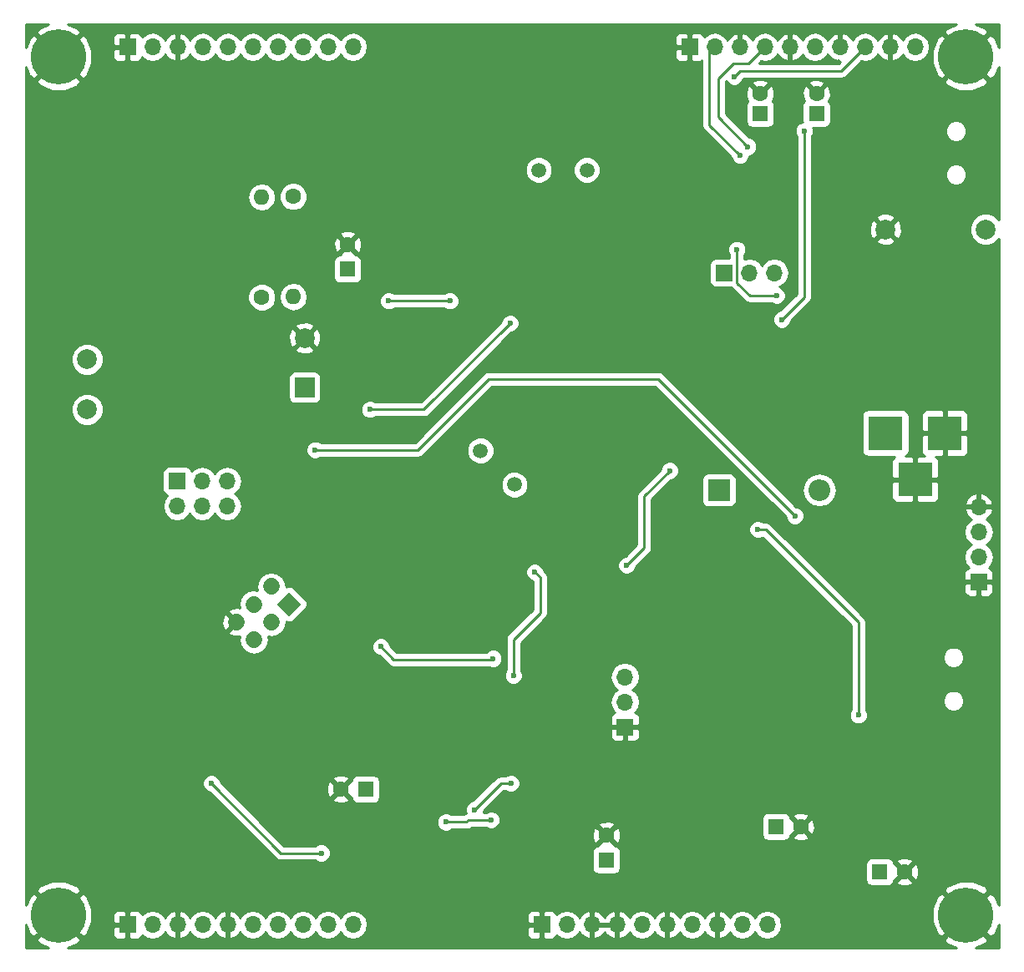
<source format=gbl>
G04 #@! TF.FileFunction,Copper,L2,Bot,Signal*
%FSLAX46Y46*%
G04 Gerber Fmt 4.6, Leading zero omitted, Abs format (unit mm)*
G04 Created by KiCad (PCBNEW 4.0.7) date 07/03/20 06:06:01*
%MOMM*%
%LPD*%
G01*
G04 APERTURE LIST*
%ADD10C,0.100000*%
%ADD11C,1.600000*%
%ADD12O,1.600000X1.600000*%
%ADD13R,2.000000X2.000000*%
%ADD14C,2.000000*%
%ADD15C,1.998980*%
%ADD16C,5.600000*%
%ADD17R,3.500000X3.500000*%
%ADD18R,1.600000X1.600000*%
%ADD19R,1.700000X1.700000*%
%ADD20O,1.700000X1.700000*%
%ADD21C,1.501140*%
%ADD22C,1.700000*%
%ADD23R,2.200000X2.200000*%
%ADD24O,2.200000X2.200000*%
%ADD25C,0.600000*%
%ADD26C,0.250000*%
%ADD27C,0.254000*%
G04 APERTURE END LIST*
D10*
D11*
X139620000Y-68370000D03*
D12*
X139620000Y-58210000D03*
D13*
X143960000Y-77510000D03*
D14*
X143960000Y-72510000D03*
D11*
X142810000Y-58170000D03*
D12*
X142810000Y-68330000D03*
D15*
X121920000Y-74676000D03*
X121920000Y-79756000D03*
D16*
X211000000Y-44000000D03*
X119000000Y-44000000D03*
X119000000Y-131000000D03*
X211000000Y-131000000D03*
D15*
X213001260Y-61490000D03*
X202841260Y-61490000D03*
D17*
X202850000Y-82150000D03*
X208850000Y-82150000D03*
X205850000Y-86850000D03*
D18*
X195850000Y-49740000D03*
D11*
X195850000Y-47740000D03*
D18*
X148336000Y-65532000D03*
D11*
X148336000Y-63032000D03*
D18*
X190140000Y-49740000D03*
D11*
X190140000Y-47740000D03*
D19*
X183000000Y-43000000D03*
D20*
X185540000Y-43000000D03*
X188080000Y-43000000D03*
X190620000Y-43000000D03*
X193160000Y-43000000D03*
X195700000Y-43000000D03*
X198240000Y-43000000D03*
X200780000Y-43000000D03*
X203320000Y-43000000D03*
X205860000Y-43000000D03*
D19*
X168000000Y-132000000D03*
D20*
X170540000Y-132000000D03*
X173080000Y-132000000D03*
X175620000Y-132000000D03*
X178160000Y-132000000D03*
X180700000Y-132000000D03*
X183240000Y-132000000D03*
X185780000Y-132000000D03*
X188320000Y-132000000D03*
X190860000Y-132000000D03*
D19*
X126000000Y-132000000D03*
D20*
X128540000Y-132000000D03*
X131080000Y-132000000D03*
X133620000Y-132000000D03*
X136160000Y-132000000D03*
X138700000Y-132000000D03*
X141240000Y-132000000D03*
X143780000Y-132000000D03*
X146320000Y-132000000D03*
X148860000Y-132000000D03*
D19*
X126000000Y-43000000D03*
D20*
X128540000Y-43000000D03*
X131080000Y-43000000D03*
X133620000Y-43000000D03*
X136160000Y-43000000D03*
X138700000Y-43000000D03*
X141240000Y-43000000D03*
X143780000Y-43000000D03*
X146320000Y-43000000D03*
X148860000Y-43000000D03*
D21*
X172570940Y-55470000D03*
X167689060Y-55470000D03*
X165251005Y-87376005D03*
X161798995Y-83923995D03*
D19*
X186500000Y-65900000D03*
D20*
X189040000Y-65900000D03*
X191580000Y-65900000D03*
D10*
G36*
X143602082Y-99500000D02*
X142400000Y-100702082D01*
X141197918Y-99500000D01*
X142400000Y-98297918D01*
X143602082Y-99500000D01*
X143602082Y-99500000D01*
G37*
D22*
X140603949Y-97703949D02*
X140603949Y-97703949D01*
X140603949Y-101296051D02*
X140603949Y-101296051D01*
X138807898Y-99500000D02*
X138807898Y-99500000D01*
X138807898Y-103092102D02*
X138807898Y-103092102D01*
X137011846Y-101296051D02*
X137011846Y-101296051D01*
D19*
X131040000Y-87010000D03*
D20*
X131040000Y-89550000D03*
X133580000Y-87010000D03*
X133580000Y-89550000D03*
X136120000Y-87010000D03*
X136120000Y-89550000D03*
D18*
X150150000Y-118250000D03*
D11*
X147650000Y-118250000D03*
D23*
X185975000Y-87925000D03*
D24*
X196135000Y-87925000D03*
D18*
X191750000Y-122050000D03*
D11*
X194250000Y-122050000D03*
D18*
X174550000Y-125430000D03*
D11*
X174550000Y-122930000D03*
D18*
X202270000Y-126630000D03*
D11*
X204770000Y-126630000D03*
D19*
X212300000Y-97250000D03*
D20*
X212300000Y-94710000D03*
X212300000Y-92170000D03*
X212300000Y-89630000D03*
D19*
X176425000Y-111950000D03*
D20*
X176425000Y-109410000D03*
X176425000Y-106870000D03*
D25*
X127250000Y-77350000D03*
X137775000Y-76375000D03*
X167500000Y-78250000D03*
X171050000Y-81575000D03*
X186750000Y-76800000D03*
X198075000Y-71300000D03*
X192550000Y-72350000D03*
X201950000Y-76100000D03*
X210350000Y-74400000D03*
X201300000Y-105900000D03*
X203000000Y-110725000D03*
X168075000Y-89325000D03*
X167000000Y-91675000D03*
X165100000Y-93950000D03*
X177525000Y-101475000D03*
X182175000Y-99475000D03*
X176650000Y-97900000D03*
X168400000Y-94900000D03*
X170625000Y-97300000D03*
X174750000Y-95525000D03*
X148725000Y-97500000D03*
X148725000Y-99975000D03*
X150550000Y-93800000D03*
X148725000Y-102275000D03*
X143150000Y-102275000D03*
X175150000Y-59225000D03*
X175150000Y-62100000D03*
X187075000Y-69350000D03*
X182025000Y-67150000D03*
X178375000Y-64300000D03*
X183100000Y-125975000D03*
X186675000Y-125325000D03*
X167510000Y-114120000D03*
X165575000Y-116125000D03*
X161175000Y-117650000D03*
X162425000Y-110250000D03*
X176975000Y-49625000D03*
X195550000Y-113250000D03*
X192500000Y-113250000D03*
X188675000Y-113250000D03*
X185200000Y-113250000D03*
X181775000Y-113250000D03*
X170300000Y-54550000D03*
X175775000Y-54650000D03*
X204600000Y-105225000D03*
X194750000Y-98700000D03*
X188725000Y-98875000D03*
X189200000Y-106175000D03*
X191425000Y-102825000D03*
X196950000Y-106050000D03*
X186700000Y-57800000D03*
X188800000Y-61200000D03*
X159510000Y-128350000D03*
X155825000Y-131050000D03*
X154850000Y-125250000D03*
X164900000Y-101300000D03*
X165900000Y-97525000D03*
X170250000Y-101300000D03*
X157175000Y-116150000D03*
X160875000Y-113525000D03*
X173900000Y-105625000D03*
X173000000Y-109800000D03*
X148725000Y-104250000D03*
X148725000Y-107200000D03*
X143750000Y-105400000D03*
X196240000Y-63160000D03*
X196290000Y-67010000D03*
X200380000Y-67000000D03*
X193310000Y-67010000D03*
X157860000Y-102750000D03*
X158310000Y-98370000D03*
X161170000Y-101210000D03*
X162780000Y-96240000D03*
X154690000Y-106580000D03*
X209980000Y-53660000D03*
X204660000Y-52580000D03*
X209360000Y-63060000D03*
X212890000Y-55410000D03*
X212890000Y-51990000D03*
X167510000Y-110380000D03*
X168800000Y-118860000D03*
X189100000Y-56100000D03*
X187500000Y-46000000D03*
X200100000Y-110750000D03*
X189900000Y-91925000D03*
X152480000Y-68750000D03*
X158690000Y-68750000D03*
X188100000Y-54000000D03*
X188900000Y-53100000D03*
X192325000Y-70625000D03*
X194600000Y-51500000D03*
X150575000Y-79750000D03*
X164800000Y-71000000D03*
X145650000Y-124725000D03*
X134500000Y-117650000D03*
X161175000Y-120325000D03*
X164875000Y-117650000D03*
X163075000Y-105000000D03*
X151700000Y-103800000D03*
X167275000Y-96225000D03*
X165125000Y-106725000D03*
X187775000Y-63525000D03*
X191825000Y-68200000D03*
X145025000Y-83850000D03*
X193650000Y-90525000D03*
X158280000Y-121590000D03*
X162890000Y-121370000D03*
X176600000Y-95550000D03*
X180975000Y-85950000D03*
D26*
X143960000Y-72510000D02*
X143915000Y-72510000D01*
X143915000Y-72510000D02*
X140050000Y-76375000D01*
X140050000Y-76375000D02*
X137775000Y-76375000D01*
X186750000Y-76800000D02*
X188100000Y-76800000D01*
X188100000Y-76800000D02*
X192550000Y-72350000D01*
X201300000Y-109025000D02*
X201300000Y-105900000D01*
X203000000Y-110725000D02*
X201300000Y-109025000D01*
X168075000Y-89325000D02*
X167000000Y-90400000D01*
X167000000Y-90400000D02*
X167000000Y-91675000D01*
X178375000Y-97900000D02*
X178375000Y-100625000D01*
X178375000Y-100625000D02*
X177525000Y-101475000D01*
X182175000Y-99475000D02*
X181300000Y-99475000D01*
X182475000Y-99775000D02*
X182175000Y-99475000D01*
X188725000Y-99775000D02*
X182475000Y-99775000D01*
X179725000Y-97900000D02*
X178375000Y-97900000D01*
X178375000Y-97900000D02*
X176650000Y-97900000D01*
X181300000Y-99475000D02*
X179725000Y-97900000D01*
X168400000Y-94900000D02*
X168400000Y-94875000D01*
X172975000Y-97300000D02*
X170625000Y-97300000D01*
X174750000Y-95525000D02*
X172975000Y-97300000D01*
X148725000Y-97500000D02*
X148725000Y-95625000D01*
X148725000Y-102275000D02*
X148725000Y-99975000D01*
X148725000Y-97500000D02*
X148725000Y-99975000D01*
X148725000Y-95625000D02*
X150550000Y-93800000D01*
X175150000Y-62100000D02*
X175150000Y-59225000D01*
X181225000Y-67150000D02*
X182025000Y-67150000D01*
X178375000Y-64300000D02*
X181225000Y-67150000D01*
X186025000Y-125975000D02*
X183100000Y-125975000D01*
X186675000Y-125325000D02*
X186025000Y-125975000D01*
X160300000Y-113525000D02*
X160300000Y-116775000D01*
X160300000Y-116775000D02*
X161175000Y-117650000D01*
X157175000Y-116150000D02*
X157175000Y-116125000D01*
X157175000Y-116125000D02*
X162425000Y-110875000D01*
X162425000Y-110875000D02*
X162425000Y-110250000D01*
X175775000Y-54650000D02*
X175775000Y-50825000D01*
X175775000Y-50825000D02*
X176975000Y-49625000D01*
X188675000Y-113250000D02*
X192500000Y-113250000D01*
X181775000Y-113250000D02*
X185200000Y-113250000D01*
X170300000Y-54300000D02*
X170300000Y-54550000D01*
X171150000Y-53450000D02*
X170300000Y-54300000D01*
X174250000Y-53450000D02*
X171150000Y-53450000D01*
X174975000Y-54175000D02*
X174250000Y-53450000D01*
X175300000Y-54175000D02*
X174975000Y-54175000D01*
X175775000Y-54650000D02*
X175300000Y-54175000D01*
X148725000Y-102275000D02*
X148725000Y-104250000D01*
X193000000Y-104400000D02*
X193000000Y-104325000D01*
X194750000Y-102575000D02*
X194750000Y-98700000D01*
X193000000Y-104325000D02*
X194750000Y-102575000D01*
X188725000Y-105700000D02*
X188725000Y-99775000D01*
X188725000Y-99775000D02*
X188725000Y-98875000D01*
X189200000Y-106175000D02*
X188725000Y-105700000D01*
X194625000Y-106025000D02*
X193000000Y-104400000D01*
X193000000Y-104400000D02*
X191425000Y-102825000D01*
X196925000Y-106025000D02*
X194625000Y-106025000D01*
X196950000Y-106050000D02*
X196925000Y-106025000D01*
X186700000Y-57800000D02*
X186950000Y-57800000D01*
X188800000Y-59650000D02*
X188800000Y-61200000D01*
X186950000Y-57800000D02*
X188800000Y-59650000D01*
X155825000Y-131050000D02*
X157925000Y-131050000D01*
X157925000Y-131050000D02*
X159510000Y-129465000D01*
X159510000Y-128350000D02*
X159510000Y-129465000D01*
X159510000Y-129465000D02*
X159510000Y-129840000D01*
X158350000Y-131000000D02*
X155825000Y-131050000D01*
X159510000Y-129840000D02*
X158350000Y-131000000D01*
X165900000Y-100300000D02*
X164900000Y-101300000D01*
X165900000Y-97525000D02*
X165900000Y-100300000D01*
X159775000Y-113525000D02*
X160300000Y-113525000D01*
X160300000Y-113525000D02*
X160175000Y-113525000D01*
X160175000Y-113525000D02*
X160875000Y-113525000D01*
X157175000Y-116125000D02*
X159775000Y-113525000D01*
X173900000Y-106200000D02*
X173900000Y-105625000D01*
X173000000Y-107100000D02*
X173900000Y-106200000D01*
X173000000Y-109800000D02*
X173000000Y-107100000D01*
X148725000Y-107200000D02*
X148725000Y-104250000D01*
X196290000Y-67010000D02*
X196290000Y-63210000D01*
X196290000Y-63210000D02*
X196240000Y-63160000D01*
X196300000Y-67000000D02*
X196290000Y-67010000D01*
X200380000Y-63940000D02*
X202830000Y-61490000D01*
X200380000Y-63940000D02*
X200380000Y-67000000D01*
X200380000Y-67000000D02*
X196300000Y-67000000D01*
X202841260Y-61490000D02*
X202830000Y-61490000D01*
X157860000Y-102750000D02*
X157860000Y-98820000D01*
X157860000Y-98820000D02*
X158310000Y-98370000D01*
X209980000Y-53660000D02*
X205740000Y-53660000D01*
X211995000Y-54935000D02*
X210720000Y-53660000D01*
X210720000Y-53660000D02*
X209980000Y-53660000D01*
X211995000Y-56305000D02*
X211995000Y-54935000D01*
X205740000Y-53660000D02*
X204660000Y-52580000D01*
X209360000Y-63060000D02*
X209620000Y-62800000D01*
X209620000Y-62800000D02*
X209620000Y-58680000D01*
X209620000Y-58680000D02*
X211995000Y-56305000D01*
X211995000Y-56305000D02*
X212890000Y-55410000D01*
X167510000Y-114120000D02*
X167510000Y-117570000D01*
X167510000Y-110380000D02*
X167510000Y-114120000D01*
X167510000Y-117570000D02*
X168800000Y-118860000D01*
X198380000Y-45400000D02*
X200780000Y-43000000D01*
X188100000Y-45400000D02*
X198380000Y-45400000D01*
X187500000Y-46000000D02*
X188100000Y-45400000D01*
X189900000Y-91925000D02*
X190700000Y-91925000D01*
X200100000Y-101325000D02*
X200100000Y-110750000D01*
X190700000Y-91925000D02*
X200100000Y-101325000D01*
X158690000Y-68750000D02*
X152480000Y-68750000D01*
X185000000Y-50900000D02*
X185000000Y-43540000D01*
X188100000Y-54000000D02*
X185000000Y-50900000D01*
X185000000Y-43540000D02*
X185540000Y-43000000D01*
X188920000Y-44700000D02*
X190620000Y-43000000D01*
X187400000Y-44700000D02*
X188920000Y-44700000D01*
X185900000Y-46200000D02*
X187400000Y-44700000D01*
X185900000Y-50100000D02*
X185900000Y-46200000D01*
X188900000Y-53100000D02*
X185900000Y-50100000D01*
X194600000Y-62800000D02*
X194600000Y-68350000D01*
X194600000Y-68350000D02*
X192325000Y-70625000D01*
X194600000Y-62200000D02*
X194600000Y-62800000D01*
X194600000Y-62200000D02*
X194600000Y-51500000D01*
X156050000Y-79750000D02*
X150575000Y-79750000D01*
X164800000Y-71000000D02*
X156050000Y-79750000D01*
X141575000Y-124725000D02*
X145650000Y-124725000D01*
X134500000Y-117650000D02*
X141575000Y-124725000D01*
X161175000Y-120325000D02*
X163850000Y-117650000D01*
X164875000Y-117650000D02*
X163850000Y-117650000D01*
X163075000Y-105000000D02*
X162975000Y-105100000D01*
X162975000Y-105100000D02*
X161900000Y-105100000D01*
X153000000Y-105100000D02*
X161900000Y-105100000D01*
X151700000Y-103800000D02*
X153000000Y-105100000D01*
X167825000Y-96775000D02*
X167275000Y-96225000D01*
X167825000Y-100375000D02*
X167825000Y-96775000D01*
X165125000Y-103075000D02*
X167825000Y-100375000D01*
X165125000Y-106725000D02*
X165125000Y-103075000D01*
X187800000Y-63550000D02*
X187775000Y-63525000D01*
X187800000Y-66925000D02*
X187800000Y-63550000D01*
X187875000Y-67000000D02*
X187800000Y-66925000D01*
X189075000Y-68200000D02*
X187875000Y-67000000D01*
X191825000Y-68200000D02*
X189075000Y-68200000D01*
X155450000Y-83850000D02*
X145025000Y-83850000D01*
X162650000Y-76650000D02*
X155450000Y-83850000D01*
X179775000Y-76650000D02*
X162650000Y-76650000D01*
X193650000Y-90525000D02*
X179775000Y-76650000D01*
X162890000Y-121370000D02*
X160590000Y-121370000D01*
X160590000Y-121370000D02*
X160370000Y-121590000D01*
X160370000Y-121590000D02*
X158280000Y-121590000D01*
X180975000Y-85950000D02*
X178400000Y-88525000D01*
X178400000Y-88525000D02*
X178400000Y-93750000D01*
X176600000Y-95550000D02*
X178400000Y-93750000D01*
D27*
G36*
X117062973Y-41082122D02*
X117045501Y-41093797D01*
X116727265Y-41547660D01*
X119000000Y-43820395D01*
X121272735Y-41547660D01*
X120954499Y-41093797D01*
X119975890Y-40685000D01*
X210029907Y-40685000D01*
X209062973Y-41082122D01*
X209045501Y-41093797D01*
X208727265Y-41547660D01*
X211000000Y-43820395D01*
X213272735Y-41547660D01*
X212954499Y-41093797D01*
X211975890Y-40685000D01*
X214315000Y-40685000D01*
X214315000Y-43029907D01*
X213917878Y-42062973D01*
X213906203Y-42045501D01*
X213452340Y-41727265D01*
X211179605Y-44000000D01*
X213452340Y-46272735D01*
X213906203Y-45954499D01*
X214315000Y-44975890D01*
X214315000Y-60492496D01*
X213928333Y-60105154D01*
X213327807Y-59855794D01*
X212677566Y-59855226D01*
X212076605Y-60103538D01*
X211616414Y-60562927D01*
X211367054Y-61163453D01*
X211366486Y-61813694D01*
X211614798Y-62414655D01*
X212074187Y-62874846D01*
X212674713Y-63124206D01*
X213324954Y-63124774D01*
X213925915Y-62876462D01*
X214315000Y-62488055D01*
X214315000Y-130029907D01*
X213917878Y-129062973D01*
X213906203Y-129045501D01*
X213452340Y-128727265D01*
X211179605Y-131000000D01*
X213452340Y-133272735D01*
X213906203Y-132954499D01*
X214315000Y-131975890D01*
X214315000Y-134315000D01*
X211970093Y-134315000D01*
X212937027Y-133917878D01*
X212954499Y-133906203D01*
X213272735Y-133452340D01*
X211000000Y-131179605D01*
X208727265Y-133452340D01*
X209045501Y-133906203D01*
X210024110Y-134315000D01*
X119970093Y-134315000D01*
X120937027Y-133917878D01*
X120954499Y-133906203D01*
X121272735Y-133452340D01*
X119000000Y-131179605D01*
X116727265Y-133452340D01*
X117045501Y-133906203D01*
X118024110Y-134315000D01*
X115685000Y-134315000D01*
X115685000Y-131970093D01*
X116082122Y-132937027D01*
X116093797Y-132954499D01*
X116547660Y-133272735D01*
X118820395Y-131000000D01*
X119179605Y-131000000D01*
X121452340Y-133272735D01*
X121906203Y-132954499D01*
X122185561Y-132285750D01*
X124515000Y-132285750D01*
X124515000Y-132976309D01*
X124611673Y-133209698D01*
X124790301Y-133388327D01*
X125023690Y-133485000D01*
X125714250Y-133485000D01*
X125873000Y-133326250D01*
X125873000Y-132127000D01*
X124673750Y-132127000D01*
X124515000Y-132285750D01*
X122185561Y-132285750D01*
X122432936Y-131693566D01*
X122434945Y-131023691D01*
X124515000Y-131023691D01*
X124515000Y-131714250D01*
X124673750Y-131873000D01*
X125873000Y-131873000D01*
X125873000Y-130673750D01*
X126127000Y-130673750D01*
X126127000Y-131873000D01*
X126147000Y-131873000D01*
X126147000Y-132127000D01*
X126127000Y-132127000D01*
X126127000Y-133326250D01*
X126285750Y-133485000D01*
X126976310Y-133485000D01*
X127209699Y-133388327D01*
X127388327Y-133209698D01*
X127460597Y-133035223D01*
X127489946Y-133079147D01*
X127971715Y-133401054D01*
X128540000Y-133514093D01*
X129108285Y-133401054D01*
X129590054Y-133079147D01*
X129817702Y-132738447D01*
X129884817Y-132881358D01*
X130313076Y-133271645D01*
X130723110Y-133441476D01*
X130953000Y-133320155D01*
X130953000Y-132127000D01*
X130933000Y-132127000D01*
X130933000Y-131873000D01*
X130953000Y-131873000D01*
X130953000Y-130679845D01*
X131207000Y-130679845D01*
X131207000Y-131873000D01*
X131227000Y-131873000D01*
X131227000Y-132127000D01*
X131207000Y-132127000D01*
X131207000Y-133320155D01*
X131436890Y-133441476D01*
X131846924Y-133271645D01*
X132275183Y-132881358D01*
X132342298Y-132738447D01*
X132569946Y-133079147D01*
X133051715Y-133401054D01*
X133620000Y-133514093D01*
X134188285Y-133401054D01*
X134670054Y-133079147D01*
X134897702Y-132738447D01*
X134964817Y-132881358D01*
X135393076Y-133271645D01*
X135803110Y-133441476D01*
X136033000Y-133320155D01*
X136033000Y-132127000D01*
X136013000Y-132127000D01*
X136013000Y-131873000D01*
X136033000Y-131873000D01*
X136033000Y-130679845D01*
X136287000Y-130679845D01*
X136287000Y-131873000D01*
X136307000Y-131873000D01*
X136307000Y-132127000D01*
X136287000Y-132127000D01*
X136287000Y-133320155D01*
X136516890Y-133441476D01*
X136926924Y-133271645D01*
X137355183Y-132881358D01*
X137422298Y-132738447D01*
X137649946Y-133079147D01*
X138131715Y-133401054D01*
X138700000Y-133514093D01*
X139268285Y-133401054D01*
X139750054Y-133079147D01*
X139970000Y-132749974D01*
X140189946Y-133079147D01*
X140671715Y-133401054D01*
X141240000Y-133514093D01*
X141808285Y-133401054D01*
X142290054Y-133079147D01*
X142510000Y-132749974D01*
X142729946Y-133079147D01*
X143211715Y-133401054D01*
X143780000Y-133514093D01*
X144348285Y-133401054D01*
X144830054Y-133079147D01*
X145050000Y-132749974D01*
X145269946Y-133079147D01*
X145751715Y-133401054D01*
X146320000Y-133514093D01*
X146888285Y-133401054D01*
X147370054Y-133079147D01*
X147590000Y-132749974D01*
X147809946Y-133079147D01*
X148291715Y-133401054D01*
X148860000Y-133514093D01*
X149428285Y-133401054D01*
X149910054Y-133079147D01*
X150231961Y-132597378D01*
X150293947Y-132285750D01*
X166515000Y-132285750D01*
X166515000Y-132976309D01*
X166611673Y-133209698D01*
X166790301Y-133388327D01*
X167023690Y-133485000D01*
X167714250Y-133485000D01*
X167873000Y-133326250D01*
X167873000Y-132127000D01*
X166673750Y-132127000D01*
X166515000Y-132285750D01*
X150293947Y-132285750D01*
X150345000Y-132029093D01*
X150345000Y-131970907D01*
X150231961Y-131402622D01*
X149978768Y-131023691D01*
X166515000Y-131023691D01*
X166515000Y-131714250D01*
X166673750Y-131873000D01*
X167873000Y-131873000D01*
X167873000Y-130673750D01*
X168127000Y-130673750D01*
X168127000Y-131873000D01*
X168147000Y-131873000D01*
X168147000Y-132127000D01*
X168127000Y-132127000D01*
X168127000Y-133326250D01*
X168285750Y-133485000D01*
X168976310Y-133485000D01*
X169209699Y-133388327D01*
X169388327Y-133209698D01*
X169460597Y-133035223D01*
X169489946Y-133079147D01*
X169971715Y-133401054D01*
X170540000Y-133514093D01*
X171108285Y-133401054D01*
X171590054Y-133079147D01*
X171817702Y-132738447D01*
X171884817Y-132881358D01*
X172313076Y-133271645D01*
X172723110Y-133441476D01*
X172953000Y-133320155D01*
X172953000Y-132127000D01*
X173207000Y-132127000D01*
X173207000Y-133320155D01*
X173436890Y-133441476D01*
X173846924Y-133271645D01*
X174275183Y-132881358D01*
X174350000Y-132722046D01*
X174424817Y-132881358D01*
X174853076Y-133271645D01*
X175263110Y-133441476D01*
X175493000Y-133320155D01*
X175493000Y-132127000D01*
X173207000Y-132127000D01*
X172953000Y-132127000D01*
X172933000Y-132127000D01*
X172933000Y-131873000D01*
X172953000Y-131873000D01*
X172953000Y-130679845D01*
X173207000Y-130679845D01*
X173207000Y-131873000D01*
X175493000Y-131873000D01*
X175493000Y-130679845D01*
X175747000Y-130679845D01*
X175747000Y-131873000D01*
X175767000Y-131873000D01*
X175767000Y-132127000D01*
X175747000Y-132127000D01*
X175747000Y-133320155D01*
X175976890Y-133441476D01*
X176386924Y-133271645D01*
X176815183Y-132881358D01*
X176882298Y-132738447D01*
X177109946Y-133079147D01*
X177591715Y-133401054D01*
X178160000Y-133514093D01*
X178728285Y-133401054D01*
X179210054Y-133079147D01*
X179437702Y-132738447D01*
X179504817Y-132881358D01*
X179933076Y-133271645D01*
X180343110Y-133441476D01*
X180573000Y-133320155D01*
X180573000Y-132127000D01*
X180553000Y-132127000D01*
X180553000Y-131873000D01*
X180573000Y-131873000D01*
X180573000Y-130679845D01*
X180827000Y-130679845D01*
X180827000Y-131873000D01*
X180847000Y-131873000D01*
X180847000Y-132127000D01*
X180827000Y-132127000D01*
X180827000Y-133320155D01*
X181056890Y-133441476D01*
X181466924Y-133271645D01*
X181895183Y-132881358D01*
X181962298Y-132738447D01*
X182189946Y-133079147D01*
X182671715Y-133401054D01*
X183240000Y-133514093D01*
X183808285Y-133401054D01*
X184290054Y-133079147D01*
X184517702Y-132738447D01*
X184584817Y-132881358D01*
X185013076Y-133271645D01*
X185423110Y-133441476D01*
X185653000Y-133320155D01*
X185653000Y-132127000D01*
X185633000Y-132127000D01*
X185633000Y-131873000D01*
X185653000Y-131873000D01*
X185653000Y-130679845D01*
X185907000Y-130679845D01*
X185907000Y-131873000D01*
X185927000Y-131873000D01*
X185927000Y-132127000D01*
X185907000Y-132127000D01*
X185907000Y-133320155D01*
X186136890Y-133441476D01*
X186546924Y-133271645D01*
X186975183Y-132881358D01*
X187042298Y-132738447D01*
X187269946Y-133079147D01*
X187751715Y-133401054D01*
X188320000Y-133514093D01*
X188888285Y-133401054D01*
X189370054Y-133079147D01*
X189590000Y-132749974D01*
X189809946Y-133079147D01*
X190291715Y-133401054D01*
X190860000Y-133514093D01*
X191428285Y-133401054D01*
X191910054Y-133079147D01*
X192231961Y-132597378D01*
X192345000Y-132029093D01*
X192345000Y-131970907D01*
X192285734Y-131672956D01*
X207562965Y-131672956D01*
X208082122Y-132937027D01*
X208093797Y-132954499D01*
X208547660Y-133272735D01*
X210820395Y-131000000D01*
X208547660Y-128727265D01*
X208093797Y-129045501D01*
X207567064Y-130306434D01*
X207562965Y-131672956D01*
X192285734Y-131672956D01*
X192231961Y-131402622D01*
X191910054Y-130920853D01*
X191428285Y-130598946D01*
X190860000Y-130485907D01*
X190291715Y-130598946D01*
X189809946Y-130920853D01*
X189590000Y-131250026D01*
X189370054Y-130920853D01*
X188888285Y-130598946D01*
X188320000Y-130485907D01*
X187751715Y-130598946D01*
X187269946Y-130920853D01*
X187042298Y-131261553D01*
X186975183Y-131118642D01*
X186546924Y-130728355D01*
X186136890Y-130558524D01*
X185907000Y-130679845D01*
X185653000Y-130679845D01*
X185423110Y-130558524D01*
X185013076Y-130728355D01*
X184584817Y-131118642D01*
X184517702Y-131261553D01*
X184290054Y-130920853D01*
X183808285Y-130598946D01*
X183240000Y-130485907D01*
X182671715Y-130598946D01*
X182189946Y-130920853D01*
X181962298Y-131261553D01*
X181895183Y-131118642D01*
X181466924Y-130728355D01*
X181056890Y-130558524D01*
X180827000Y-130679845D01*
X180573000Y-130679845D01*
X180343110Y-130558524D01*
X179933076Y-130728355D01*
X179504817Y-131118642D01*
X179437702Y-131261553D01*
X179210054Y-130920853D01*
X178728285Y-130598946D01*
X178160000Y-130485907D01*
X177591715Y-130598946D01*
X177109946Y-130920853D01*
X176882298Y-131261553D01*
X176815183Y-131118642D01*
X176386924Y-130728355D01*
X175976890Y-130558524D01*
X175747000Y-130679845D01*
X175493000Y-130679845D01*
X175263110Y-130558524D01*
X174853076Y-130728355D01*
X174424817Y-131118642D01*
X174350000Y-131277954D01*
X174275183Y-131118642D01*
X173846924Y-130728355D01*
X173436890Y-130558524D01*
X173207000Y-130679845D01*
X172953000Y-130679845D01*
X172723110Y-130558524D01*
X172313076Y-130728355D01*
X171884817Y-131118642D01*
X171817702Y-131261553D01*
X171590054Y-130920853D01*
X171108285Y-130598946D01*
X170540000Y-130485907D01*
X169971715Y-130598946D01*
X169489946Y-130920853D01*
X169460597Y-130964777D01*
X169388327Y-130790302D01*
X169209699Y-130611673D01*
X168976310Y-130515000D01*
X168285750Y-130515000D01*
X168127000Y-130673750D01*
X167873000Y-130673750D01*
X167714250Y-130515000D01*
X167023690Y-130515000D01*
X166790301Y-130611673D01*
X166611673Y-130790302D01*
X166515000Y-131023691D01*
X149978768Y-131023691D01*
X149910054Y-130920853D01*
X149428285Y-130598946D01*
X148860000Y-130485907D01*
X148291715Y-130598946D01*
X147809946Y-130920853D01*
X147590000Y-131250026D01*
X147370054Y-130920853D01*
X146888285Y-130598946D01*
X146320000Y-130485907D01*
X145751715Y-130598946D01*
X145269946Y-130920853D01*
X145050000Y-131250026D01*
X144830054Y-130920853D01*
X144348285Y-130598946D01*
X143780000Y-130485907D01*
X143211715Y-130598946D01*
X142729946Y-130920853D01*
X142510000Y-131250026D01*
X142290054Y-130920853D01*
X141808285Y-130598946D01*
X141240000Y-130485907D01*
X140671715Y-130598946D01*
X140189946Y-130920853D01*
X139970000Y-131250026D01*
X139750054Y-130920853D01*
X139268285Y-130598946D01*
X138700000Y-130485907D01*
X138131715Y-130598946D01*
X137649946Y-130920853D01*
X137422298Y-131261553D01*
X137355183Y-131118642D01*
X136926924Y-130728355D01*
X136516890Y-130558524D01*
X136287000Y-130679845D01*
X136033000Y-130679845D01*
X135803110Y-130558524D01*
X135393076Y-130728355D01*
X134964817Y-131118642D01*
X134897702Y-131261553D01*
X134670054Y-130920853D01*
X134188285Y-130598946D01*
X133620000Y-130485907D01*
X133051715Y-130598946D01*
X132569946Y-130920853D01*
X132342298Y-131261553D01*
X132275183Y-131118642D01*
X131846924Y-130728355D01*
X131436890Y-130558524D01*
X131207000Y-130679845D01*
X130953000Y-130679845D01*
X130723110Y-130558524D01*
X130313076Y-130728355D01*
X129884817Y-131118642D01*
X129817702Y-131261553D01*
X129590054Y-130920853D01*
X129108285Y-130598946D01*
X128540000Y-130485907D01*
X127971715Y-130598946D01*
X127489946Y-130920853D01*
X127460597Y-130964777D01*
X127388327Y-130790302D01*
X127209699Y-130611673D01*
X126976310Y-130515000D01*
X126285750Y-130515000D01*
X126127000Y-130673750D01*
X125873000Y-130673750D01*
X125714250Y-130515000D01*
X125023690Y-130515000D01*
X124790301Y-130611673D01*
X124611673Y-130790302D01*
X124515000Y-131023691D01*
X122434945Y-131023691D01*
X122437035Y-130327044D01*
X121917878Y-129062973D01*
X121906203Y-129045501D01*
X121452340Y-128727265D01*
X119179605Y-131000000D01*
X118820395Y-131000000D01*
X116547660Y-128727265D01*
X116093797Y-129045501D01*
X115685000Y-130024110D01*
X115685000Y-128547660D01*
X116727265Y-128547660D01*
X119000000Y-130820395D01*
X121272735Y-128547660D01*
X208727265Y-128547660D01*
X211000000Y-130820395D01*
X213272735Y-128547660D01*
X212954499Y-128093797D01*
X211693566Y-127567064D01*
X210327044Y-127562965D01*
X209062973Y-128082122D01*
X209045501Y-128093797D01*
X208727265Y-128547660D01*
X121272735Y-128547660D01*
X120954499Y-128093797D01*
X119693566Y-127567064D01*
X118327044Y-127562965D01*
X117062973Y-128082122D01*
X117045501Y-128093797D01*
X116727265Y-128547660D01*
X115685000Y-128547660D01*
X115685000Y-117835167D01*
X133564838Y-117835167D01*
X133706883Y-118178943D01*
X133969673Y-118442192D01*
X134313201Y-118584838D01*
X134360077Y-118584879D01*
X141037599Y-125262401D01*
X141284161Y-125427148D01*
X141575000Y-125485000D01*
X145087537Y-125485000D01*
X145119673Y-125517192D01*
X145463201Y-125659838D01*
X145835167Y-125660162D01*
X146178943Y-125518117D01*
X146442192Y-125255327D01*
X146584838Y-124911799D01*
X146585083Y-124630000D01*
X173102560Y-124630000D01*
X173102560Y-126230000D01*
X173146838Y-126465317D01*
X173285910Y-126681441D01*
X173498110Y-126826431D01*
X173750000Y-126877440D01*
X175350000Y-126877440D01*
X175585317Y-126833162D01*
X175801441Y-126694090D01*
X175946431Y-126481890D01*
X175997440Y-126230000D01*
X175997440Y-125830000D01*
X200822560Y-125830000D01*
X200822560Y-127430000D01*
X200866838Y-127665317D01*
X201005910Y-127881441D01*
X201218110Y-128026431D01*
X201470000Y-128077440D01*
X203070000Y-128077440D01*
X203305317Y-128033162D01*
X203521441Y-127894090D01*
X203666431Y-127681890D01*
X203675370Y-127637745D01*
X203941861Y-127637745D01*
X204015995Y-127883864D01*
X204553223Y-128076965D01*
X205123454Y-128049778D01*
X205524005Y-127883864D01*
X205598139Y-127637745D01*
X204770000Y-126809605D01*
X203941861Y-127637745D01*
X203675370Y-127637745D01*
X203714646Y-127443799D01*
X203762255Y-127458139D01*
X204590395Y-126630000D01*
X204949605Y-126630000D01*
X205777745Y-127458139D01*
X206023864Y-127384005D01*
X206216965Y-126846777D01*
X206189778Y-126276546D01*
X206023864Y-125875995D01*
X205777745Y-125801861D01*
X204949605Y-126630000D01*
X204590395Y-126630000D01*
X203762255Y-125801861D01*
X203714833Y-125816145D01*
X203678351Y-125622255D01*
X203941861Y-125622255D01*
X204770000Y-126450395D01*
X205598139Y-125622255D01*
X205524005Y-125376136D01*
X204986777Y-125183035D01*
X204416546Y-125210222D01*
X204015995Y-125376136D01*
X203941861Y-125622255D01*
X203678351Y-125622255D01*
X203673162Y-125594683D01*
X203534090Y-125378559D01*
X203321890Y-125233569D01*
X203070000Y-125182560D01*
X201470000Y-125182560D01*
X201234683Y-125226838D01*
X201018559Y-125365910D01*
X200873569Y-125578110D01*
X200822560Y-125830000D01*
X175997440Y-125830000D01*
X175997440Y-124630000D01*
X175953162Y-124394683D01*
X175814090Y-124178559D01*
X175601890Y-124033569D01*
X175363799Y-123985354D01*
X175378139Y-123937745D01*
X174550000Y-123109605D01*
X173721861Y-123937745D01*
X173736145Y-123985167D01*
X173514683Y-124026838D01*
X173298559Y-124165910D01*
X173153569Y-124378110D01*
X173102560Y-124630000D01*
X146585083Y-124630000D01*
X146585162Y-124539833D01*
X146443117Y-124196057D01*
X146180327Y-123932808D01*
X145836799Y-123790162D01*
X145464833Y-123789838D01*
X145121057Y-123931883D01*
X145087882Y-123965000D01*
X141889802Y-123965000D01*
X140638025Y-122713223D01*
X173103035Y-122713223D01*
X173130222Y-123283454D01*
X173296136Y-123684005D01*
X173542255Y-123758139D01*
X174370395Y-122930000D01*
X174729605Y-122930000D01*
X175557745Y-123758139D01*
X175803864Y-123684005D01*
X175996965Y-123146777D01*
X175969778Y-122576546D01*
X175803864Y-122175995D01*
X175557745Y-122101861D01*
X174729605Y-122930000D01*
X174370395Y-122930000D01*
X173542255Y-122101861D01*
X173296136Y-122175995D01*
X173103035Y-122713223D01*
X140638025Y-122713223D01*
X139699969Y-121775167D01*
X157344838Y-121775167D01*
X157486883Y-122118943D01*
X157749673Y-122382192D01*
X158093201Y-122524838D01*
X158465167Y-122525162D01*
X158808943Y-122383117D01*
X158842118Y-122350000D01*
X160370000Y-122350000D01*
X160660839Y-122292148D01*
X160903511Y-122130000D01*
X162327537Y-122130000D01*
X162359673Y-122162192D01*
X162703201Y-122304838D01*
X163075167Y-122305162D01*
X163418943Y-122163117D01*
X163660225Y-121922255D01*
X173721861Y-121922255D01*
X174550000Y-122750395D01*
X175378139Y-121922255D01*
X175304005Y-121676136D01*
X174766777Y-121483035D01*
X174196546Y-121510222D01*
X173795995Y-121676136D01*
X173721861Y-121922255D01*
X163660225Y-121922255D01*
X163682192Y-121900327D01*
X163824838Y-121556799D01*
X163825105Y-121250000D01*
X190302560Y-121250000D01*
X190302560Y-122850000D01*
X190346838Y-123085317D01*
X190485910Y-123301441D01*
X190698110Y-123446431D01*
X190950000Y-123497440D01*
X192550000Y-123497440D01*
X192785317Y-123453162D01*
X193001441Y-123314090D01*
X193146431Y-123101890D01*
X193155370Y-123057745D01*
X193421861Y-123057745D01*
X193495995Y-123303864D01*
X194033223Y-123496965D01*
X194603454Y-123469778D01*
X195004005Y-123303864D01*
X195078139Y-123057745D01*
X194250000Y-122229605D01*
X193421861Y-123057745D01*
X193155370Y-123057745D01*
X193194646Y-122863799D01*
X193242255Y-122878139D01*
X194070395Y-122050000D01*
X194429605Y-122050000D01*
X195257745Y-122878139D01*
X195503864Y-122804005D01*
X195696965Y-122266777D01*
X195669778Y-121696546D01*
X195503864Y-121295995D01*
X195257745Y-121221861D01*
X194429605Y-122050000D01*
X194070395Y-122050000D01*
X193242255Y-121221861D01*
X193194833Y-121236145D01*
X193158351Y-121042255D01*
X193421861Y-121042255D01*
X194250000Y-121870395D01*
X195078139Y-121042255D01*
X195004005Y-120796136D01*
X194466777Y-120603035D01*
X193896546Y-120630222D01*
X193495995Y-120796136D01*
X193421861Y-121042255D01*
X193158351Y-121042255D01*
X193153162Y-121014683D01*
X193014090Y-120798559D01*
X192801890Y-120653569D01*
X192550000Y-120602560D01*
X190950000Y-120602560D01*
X190714683Y-120646838D01*
X190498559Y-120785910D01*
X190353569Y-120998110D01*
X190302560Y-121250000D01*
X163825105Y-121250000D01*
X163825162Y-121184833D01*
X163683117Y-120841057D01*
X163420327Y-120577808D01*
X163076799Y-120435162D01*
X162704833Y-120434838D01*
X162361057Y-120576883D01*
X162327882Y-120610000D01*
X162069061Y-120610000D01*
X162109838Y-120511799D01*
X162109879Y-120464923D01*
X164164802Y-118410000D01*
X164312537Y-118410000D01*
X164344673Y-118442192D01*
X164688201Y-118584838D01*
X165060167Y-118585162D01*
X165403943Y-118443117D01*
X165667192Y-118180327D01*
X165809838Y-117836799D01*
X165810162Y-117464833D01*
X165668117Y-117121057D01*
X165405327Y-116857808D01*
X165061799Y-116715162D01*
X164689833Y-116714838D01*
X164346057Y-116856883D01*
X164312882Y-116890000D01*
X163850000Y-116890000D01*
X163559160Y-116947852D01*
X163312599Y-117112599D01*
X161035320Y-119389878D01*
X160989833Y-119389838D01*
X160646057Y-119531883D01*
X160382808Y-119794673D01*
X160240162Y-120138201D01*
X160239838Y-120510167D01*
X160304549Y-120666780D01*
X160299161Y-120667852D01*
X160056489Y-120830000D01*
X158842463Y-120830000D01*
X158810327Y-120797808D01*
X158466799Y-120655162D01*
X158094833Y-120654838D01*
X157751057Y-120796883D01*
X157487808Y-121059673D01*
X157345162Y-121403201D01*
X157344838Y-121775167D01*
X139699969Y-121775167D01*
X137182547Y-119257745D01*
X146821861Y-119257745D01*
X146895995Y-119503864D01*
X147433223Y-119696965D01*
X148003454Y-119669778D01*
X148404005Y-119503864D01*
X148478139Y-119257745D01*
X147650000Y-118429605D01*
X146821861Y-119257745D01*
X137182547Y-119257745D01*
X135958025Y-118033223D01*
X146203035Y-118033223D01*
X146230222Y-118603454D01*
X146396136Y-119004005D01*
X146642255Y-119078139D01*
X147470395Y-118250000D01*
X147829605Y-118250000D01*
X148657745Y-119078139D01*
X148705167Y-119063855D01*
X148746838Y-119285317D01*
X148885910Y-119501441D01*
X149098110Y-119646431D01*
X149350000Y-119697440D01*
X150950000Y-119697440D01*
X151185317Y-119653162D01*
X151401441Y-119514090D01*
X151546431Y-119301890D01*
X151597440Y-119050000D01*
X151597440Y-117450000D01*
X151553162Y-117214683D01*
X151414090Y-116998559D01*
X151201890Y-116853569D01*
X150950000Y-116802560D01*
X149350000Y-116802560D01*
X149114683Y-116846838D01*
X148898559Y-116985910D01*
X148753569Y-117198110D01*
X148705354Y-117436201D01*
X148657745Y-117421861D01*
X147829605Y-118250000D01*
X147470395Y-118250000D01*
X146642255Y-117421861D01*
X146396136Y-117495995D01*
X146203035Y-118033223D01*
X135958025Y-118033223D01*
X135435122Y-117510320D01*
X135435162Y-117464833D01*
X135343195Y-117242255D01*
X146821861Y-117242255D01*
X147650000Y-118070395D01*
X148478139Y-117242255D01*
X148404005Y-116996136D01*
X147866777Y-116803035D01*
X147296546Y-116830222D01*
X146895995Y-116996136D01*
X146821861Y-117242255D01*
X135343195Y-117242255D01*
X135293117Y-117121057D01*
X135030327Y-116857808D01*
X134686799Y-116715162D01*
X134314833Y-116714838D01*
X133971057Y-116856883D01*
X133707808Y-117119673D01*
X133565162Y-117463201D01*
X133564838Y-117835167D01*
X115685000Y-117835167D01*
X115685000Y-112235750D01*
X174940000Y-112235750D01*
X174940000Y-112926310D01*
X175036673Y-113159699D01*
X175215302Y-113338327D01*
X175448691Y-113435000D01*
X176139250Y-113435000D01*
X176298000Y-113276250D01*
X176298000Y-112077000D01*
X176552000Y-112077000D01*
X176552000Y-113276250D01*
X176710750Y-113435000D01*
X177401309Y-113435000D01*
X177634698Y-113338327D01*
X177813327Y-113159699D01*
X177910000Y-112926310D01*
X177910000Y-112235750D01*
X177751250Y-112077000D01*
X176552000Y-112077000D01*
X176298000Y-112077000D01*
X175098750Y-112077000D01*
X174940000Y-112235750D01*
X115685000Y-112235750D01*
X115685000Y-106910167D01*
X164189838Y-106910167D01*
X164331883Y-107253943D01*
X164594673Y-107517192D01*
X164938201Y-107659838D01*
X165310167Y-107660162D01*
X165653943Y-107518117D01*
X165917192Y-107255327D01*
X166059838Y-106911799D01*
X166059874Y-106870000D01*
X174910907Y-106870000D01*
X175023946Y-107438285D01*
X175345853Y-107920054D01*
X175675026Y-108140000D01*
X175345853Y-108359946D01*
X175023946Y-108841715D01*
X174910907Y-109410000D01*
X175023946Y-109978285D01*
X175345853Y-110460054D01*
X175389777Y-110489403D01*
X175215302Y-110561673D01*
X175036673Y-110740301D01*
X174940000Y-110973690D01*
X174940000Y-111664250D01*
X175098750Y-111823000D01*
X176298000Y-111823000D01*
X176298000Y-111803000D01*
X176552000Y-111803000D01*
X176552000Y-111823000D01*
X177751250Y-111823000D01*
X177910000Y-111664250D01*
X177910000Y-110973690D01*
X177813327Y-110740301D01*
X177634698Y-110561673D01*
X177460223Y-110489403D01*
X177504147Y-110460054D01*
X177826054Y-109978285D01*
X177939093Y-109410000D01*
X177826054Y-108841715D01*
X177504147Y-108359946D01*
X177174974Y-108140000D01*
X177504147Y-107920054D01*
X177826054Y-107438285D01*
X177939093Y-106870000D01*
X177826054Y-106301715D01*
X177504147Y-105819946D01*
X177022378Y-105498039D01*
X176454093Y-105385000D01*
X176395907Y-105385000D01*
X175827622Y-105498039D01*
X175345853Y-105819946D01*
X175023946Y-106301715D01*
X174910907Y-106870000D01*
X166059874Y-106870000D01*
X166060162Y-106539833D01*
X165918117Y-106196057D01*
X165885000Y-106162882D01*
X165885000Y-103389802D01*
X168362401Y-100912401D01*
X168527148Y-100665839D01*
X168585000Y-100375000D01*
X168585000Y-96775000D01*
X168527148Y-96484161D01*
X168527148Y-96484160D01*
X168362401Y-96237599D01*
X168210122Y-96085320D01*
X168210162Y-96039833D01*
X168084277Y-95735167D01*
X175664838Y-95735167D01*
X175806883Y-96078943D01*
X176069673Y-96342192D01*
X176413201Y-96484838D01*
X176785167Y-96485162D01*
X177128943Y-96343117D01*
X177392192Y-96080327D01*
X177534838Y-95736799D01*
X177534879Y-95689923D01*
X178937401Y-94287401D01*
X179102148Y-94040840D01*
X179111746Y-93992586D01*
X179160000Y-93750000D01*
X179160000Y-92110167D01*
X188964838Y-92110167D01*
X189106883Y-92453943D01*
X189369673Y-92717192D01*
X189713201Y-92859838D01*
X190085167Y-92860162D01*
X190421422Y-92721224D01*
X199340000Y-101639802D01*
X199340000Y-110187537D01*
X199307808Y-110219673D01*
X199165162Y-110563201D01*
X199164838Y-110935167D01*
X199306883Y-111278943D01*
X199569673Y-111542192D01*
X199913201Y-111684838D01*
X200285167Y-111685162D01*
X200628943Y-111543117D01*
X200892192Y-111280327D01*
X201034838Y-110936799D01*
X201035162Y-110564833D01*
X200893117Y-110221057D01*
X200860000Y-110187882D01*
X200860000Y-109514873D01*
X208639812Y-109514873D01*
X208804646Y-109913800D01*
X209109595Y-110219282D01*
X209508233Y-110384811D01*
X209939873Y-110385188D01*
X210338800Y-110220354D01*
X210644282Y-109915405D01*
X210809811Y-109516767D01*
X210810188Y-109085127D01*
X210645354Y-108686200D01*
X210340405Y-108380718D01*
X209941767Y-108215189D01*
X209510127Y-108214812D01*
X209111200Y-108379646D01*
X208805718Y-108684595D01*
X208640189Y-109083233D01*
X208639812Y-109514873D01*
X200860000Y-109514873D01*
X200860000Y-105114873D01*
X208639812Y-105114873D01*
X208804646Y-105513800D01*
X209109595Y-105819282D01*
X209508233Y-105984811D01*
X209939873Y-105985188D01*
X210338800Y-105820354D01*
X210644282Y-105515405D01*
X210809811Y-105116767D01*
X210810188Y-104685127D01*
X210645354Y-104286200D01*
X210340405Y-103980718D01*
X209941767Y-103815189D01*
X209510127Y-103814812D01*
X209111200Y-103979646D01*
X208805718Y-104284595D01*
X208640189Y-104683233D01*
X208639812Y-105114873D01*
X200860000Y-105114873D01*
X200860000Y-101325000D01*
X200802148Y-101034161D01*
X200637401Y-100787599D01*
X197385552Y-97535750D01*
X210815000Y-97535750D01*
X210815000Y-98226310D01*
X210911673Y-98459699D01*
X211090302Y-98638327D01*
X211323691Y-98735000D01*
X212014250Y-98735000D01*
X212173000Y-98576250D01*
X212173000Y-97377000D01*
X212427000Y-97377000D01*
X212427000Y-98576250D01*
X212585750Y-98735000D01*
X213276309Y-98735000D01*
X213509698Y-98638327D01*
X213688327Y-98459699D01*
X213785000Y-98226310D01*
X213785000Y-97535750D01*
X213626250Y-97377000D01*
X212427000Y-97377000D01*
X212173000Y-97377000D01*
X210973750Y-97377000D01*
X210815000Y-97535750D01*
X197385552Y-97535750D01*
X192019802Y-92170000D01*
X210785907Y-92170000D01*
X210898946Y-92738285D01*
X211220853Y-93220054D01*
X211550026Y-93440000D01*
X211220853Y-93659946D01*
X210898946Y-94141715D01*
X210785907Y-94710000D01*
X210898946Y-95278285D01*
X211220853Y-95760054D01*
X211264777Y-95789403D01*
X211090302Y-95861673D01*
X210911673Y-96040301D01*
X210815000Y-96273690D01*
X210815000Y-96964250D01*
X210973750Y-97123000D01*
X212173000Y-97123000D01*
X212173000Y-97103000D01*
X212427000Y-97103000D01*
X212427000Y-97123000D01*
X213626250Y-97123000D01*
X213785000Y-96964250D01*
X213785000Y-96273690D01*
X213688327Y-96040301D01*
X213509698Y-95861673D01*
X213335223Y-95789403D01*
X213379147Y-95760054D01*
X213701054Y-95278285D01*
X213814093Y-94710000D01*
X213701054Y-94141715D01*
X213379147Y-93659946D01*
X213049974Y-93440000D01*
X213379147Y-93220054D01*
X213701054Y-92738285D01*
X213814093Y-92170000D01*
X213701054Y-91601715D01*
X213379147Y-91119946D01*
X213038447Y-90892298D01*
X213181358Y-90825183D01*
X213571645Y-90396924D01*
X213741476Y-89986890D01*
X213620155Y-89757000D01*
X212427000Y-89757000D01*
X212427000Y-89777000D01*
X212173000Y-89777000D01*
X212173000Y-89757000D01*
X210979845Y-89757000D01*
X210858524Y-89986890D01*
X211028355Y-90396924D01*
X211418642Y-90825183D01*
X211561553Y-90892298D01*
X211220853Y-91119946D01*
X210898946Y-91601715D01*
X210785907Y-92170000D01*
X192019802Y-92170000D01*
X191237401Y-91387599D01*
X190990839Y-91222852D01*
X190700000Y-91165000D01*
X190462463Y-91165000D01*
X190430327Y-91132808D01*
X190086799Y-90990162D01*
X189714833Y-90989838D01*
X189371057Y-91131883D01*
X189107808Y-91394673D01*
X188965162Y-91738201D01*
X188964838Y-92110167D01*
X179160000Y-92110167D01*
X179160000Y-88839802D01*
X181114680Y-86885122D01*
X181160167Y-86885162D01*
X181305770Y-86825000D01*
X184227560Y-86825000D01*
X184227560Y-89025000D01*
X184271838Y-89260317D01*
X184410910Y-89476441D01*
X184623110Y-89621431D01*
X184875000Y-89672440D01*
X187075000Y-89672440D01*
X187310317Y-89628162D01*
X187526441Y-89489090D01*
X187671431Y-89276890D01*
X187722440Y-89025000D01*
X187722440Y-86825000D01*
X187678162Y-86589683D01*
X187539090Y-86373559D01*
X187326890Y-86228569D01*
X187075000Y-86177560D01*
X184875000Y-86177560D01*
X184639683Y-86221838D01*
X184423559Y-86360910D01*
X184278569Y-86573110D01*
X184227560Y-86825000D01*
X181305770Y-86825000D01*
X181503943Y-86743117D01*
X181767192Y-86480327D01*
X181909838Y-86136799D01*
X181910162Y-85764833D01*
X181768117Y-85421057D01*
X181505327Y-85157808D01*
X181161799Y-85015162D01*
X180789833Y-85014838D01*
X180446057Y-85156883D01*
X180182808Y-85419673D01*
X180040162Y-85763201D01*
X180040121Y-85810077D01*
X177862599Y-87987599D01*
X177697852Y-88234161D01*
X177640000Y-88525000D01*
X177640000Y-93435198D01*
X176460320Y-94614878D01*
X176414833Y-94614838D01*
X176071057Y-94756883D01*
X175807808Y-95019673D01*
X175665162Y-95363201D01*
X175664838Y-95735167D01*
X168084277Y-95735167D01*
X168068117Y-95696057D01*
X167805327Y-95432808D01*
X167461799Y-95290162D01*
X167089833Y-95289838D01*
X166746057Y-95431883D01*
X166482808Y-95694673D01*
X166340162Y-96038201D01*
X166339838Y-96410167D01*
X166481883Y-96753943D01*
X166744673Y-97017192D01*
X167065000Y-97150204D01*
X167065000Y-100060198D01*
X164587599Y-102537599D01*
X164422852Y-102784161D01*
X164365000Y-103075000D01*
X164365000Y-106162537D01*
X164332808Y-106194673D01*
X164190162Y-106538201D01*
X164189838Y-106910167D01*
X115685000Y-106910167D01*
X115685000Y-102319814D01*
X136167688Y-102319814D01*
X136244922Y-102567696D01*
X136789938Y-102764387D01*
X137368738Y-102737537D01*
X137368763Y-102737527D01*
X137302325Y-103071530D01*
X137415365Y-103639815D01*
X137737272Y-104121584D01*
X137778416Y-104162727D01*
X138260185Y-104484635D01*
X138828470Y-104597674D01*
X139396754Y-104484635D01*
X139878523Y-104162727D01*
X139997164Y-103985167D01*
X150764838Y-103985167D01*
X150906883Y-104328943D01*
X151169673Y-104592192D01*
X151513201Y-104734838D01*
X151560077Y-104734879D01*
X152462599Y-105637401D01*
X152709161Y-105802148D01*
X153000000Y-105860000D01*
X162707972Y-105860000D01*
X162888201Y-105934838D01*
X163260167Y-105935162D01*
X163603943Y-105793117D01*
X163867192Y-105530327D01*
X164009838Y-105186799D01*
X164010162Y-104814833D01*
X163868117Y-104471057D01*
X163605327Y-104207808D01*
X163261799Y-104065162D01*
X162889833Y-104064838D01*
X162546057Y-104206883D01*
X162412707Y-104340000D01*
X153314802Y-104340000D01*
X152635122Y-103660320D01*
X152635162Y-103614833D01*
X152493117Y-103271057D01*
X152230327Y-103007808D01*
X151886799Y-102865162D01*
X151514833Y-102864838D01*
X151171057Y-103006883D01*
X150907808Y-103269673D01*
X150765162Y-103613201D01*
X150764838Y-103985167D01*
X139997164Y-103985167D01*
X140200431Y-103680958D01*
X140313470Y-103112674D01*
X140236235Y-102724388D01*
X140624521Y-102801623D01*
X141192805Y-102688584D01*
X141674574Y-102366676D01*
X141996482Y-101884907D01*
X142109521Y-101316623D01*
X142099761Y-101267554D01*
X142139894Y-101294976D01*
X142391056Y-101349460D01*
X142643627Y-101301936D01*
X142857809Y-101159891D01*
X144059891Y-99957809D01*
X144194976Y-99760106D01*
X144249460Y-99508944D01*
X144201936Y-99256373D01*
X144059891Y-99042191D01*
X142857809Y-97840109D01*
X142660106Y-97705024D01*
X142408944Y-97650540D01*
X142156373Y-97698064D01*
X142108463Y-97729837D01*
X142109521Y-97724521D01*
X141996482Y-97156236D01*
X141674574Y-96674467D01*
X141633431Y-96633323D01*
X141151662Y-96311416D01*
X140583377Y-96198376D01*
X140015092Y-96311416D01*
X139533323Y-96633323D01*
X139211416Y-97115092D01*
X139098376Y-97683377D01*
X139175612Y-98071663D01*
X138787326Y-97994427D01*
X138219041Y-98107467D01*
X137737272Y-98429374D01*
X137415365Y-98911143D01*
X137302325Y-99479428D01*
X137382265Y-99881311D01*
X137233754Y-99827715D01*
X136654954Y-99854565D01*
X136244928Y-100024414D01*
X136168158Y-100272758D01*
X137011846Y-101116446D01*
X137025989Y-101102304D01*
X137205594Y-101281909D01*
X137191451Y-101296051D01*
X137205594Y-101310194D01*
X137025989Y-101489799D01*
X137011846Y-101475656D01*
X136167688Y-102319814D01*
X115685000Y-102319814D01*
X115685000Y-101517959D01*
X135543510Y-101517959D01*
X135740201Y-102062975D01*
X135988083Y-102140209D01*
X136832241Y-101296051D01*
X135988553Y-100452363D01*
X135740209Y-100529133D01*
X135570360Y-100939159D01*
X135543510Y-101517959D01*
X115685000Y-101517959D01*
X115685000Y-86160000D01*
X129542560Y-86160000D01*
X129542560Y-87860000D01*
X129586838Y-88095317D01*
X129725910Y-88311441D01*
X129938110Y-88456431D01*
X129994454Y-88467841D01*
X129989946Y-88470853D01*
X129668039Y-88952622D01*
X129555000Y-89520907D01*
X129555000Y-89579093D01*
X129668039Y-90147378D01*
X129989946Y-90629147D01*
X130471715Y-90951054D01*
X131040000Y-91064093D01*
X131608285Y-90951054D01*
X132090054Y-90629147D01*
X132310000Y-90299974D01*
X132529946Y-90629147D01*
X133011715Y-90951054D01*
X133580000Y-91064093D01*
X134148285Y-90951054D01*
X134630054Y-90629147D01*
X134850000Y-90299974D01*
X135069946Y-90629147D01*
X135551715Y-90951054D01*
X136120000Y-91064093D01*
X136688285Y-90951054D01*
X137170054Y-90629147D01*
X137491961Y-90147378D01*
X137605000Y-89579093D01*
X137605000Y-89520907D01*
X137491961Y-88952622D01*
X137170054Y-88470853D01*
X136884422Y-88280000D01*
X137170054Y-88089147D01*
X137463212Y-87650403D01*
X163865195Y-87650403D01*
X164075691Y-88159842D01*
X164465118Y-88549949D01*
X164974189Y-88761334D01*
X165525403Y-88761815D01*
X166034842Y-88551319D01*
X166424949Y-88161892D01*
X166636334Y-87652821D01*
X166636815Y-87101607D01*
X166426319Y-86592168D01*
X166036892Y-86202061D01*
X165527821Y-85990676D01*
X164976607Y-85990195D01*
X164467168Y-86200691D01*
X164077061Y-86590118D01*
X163865676Y-87099189D01*
X163865195Y-87650403D01*
X137463212Y-87650403D01*
X137491961Y-87607378D01*
X137605000Y-87039093D01*
X137605000Y-86980907D01*
X137491961Y-86412622D01*
X137170054Y-85930853D01*
X136688285Y-85608946D01*
X136120000Y-85495907D01*
X135551715Y-85608946D01*
X135069946Y-85930853D01*
X134850000Y-86260026D01*
X134630054Y-85930853D01*
X134148285Y-85608946D01*
X133580000Y-85495907D01*
X133011715Y-85608946D01*
X132529946Y-85930853D01*
X132502150Y-85972452D01*
X132493162Y-85924683D01*
X132354090Y-85708559D01*
X132141890Y-85563569D01*
X131890000Y-85512560D01*
X130190000Y-85512560D01*
X129954683Y-85556838D01*
X129738559Y-85695910D01*
X129593569Y-85908110D01*
X129542560Y-86160000D01*
X115685000Y-86160000D01*
X115685000Y-84035167D01*
X144089838Y-84035167D01*
X144231883Y-84378943D01*
X144494673Y-84642192D01*
X144838201Y-84784838D01*
X145210167Y-84785162D01*
X145553943Y-84643117D01*
X145587118Y-84610000D01*
X155450000Y-84610000D01*
X155740839Y-84552148D01*
X155987401Y-84387401D01*
X156176409Y-84198393D01*
X160413185Y-84198393D01*
X160623681Y-84707832D01*
X161013108Y-85097939D01*
X161522179Y-85309324D01*
X162073393Y-85309805D01*
X162582832Y-85099309D01*
X162972939Y-84709882D01*
X163184324Y-84200811D01*
X163184805Y-83649597D01*
X162974309Y-83140158D01*
X162584882Y-82750051D01*
X162075811Y-82538666D01*
X161524597Y-82538185D01*
X161015158Y-82748681D01*
X160625051Y-83138108D01*
X160413666Y-83647179D01*
X160413185Y-84198393D01*
X156176409Y-84198393D01*
X162964802Y-77410000D01*
X179460198Y-77410000D01*
X192714878Y-90664680D01*
X192714838Y-90710167D01*
X192856883Y-91053943D01*
X193119673Y-91317192D01*
X193463201Y-91459838D01*
X193835167Y-91460162D01*
X194178943Y-91318117D01*
X194442192Y-91055327D01*
X194584838Y-90711799D01*
X194585162Y-90339833D01*
X194443117Y-89996057D01*
X194180327Y-89732808D01*
X193836799Y-89590162D01*
X193789923Y-89590121D01*
X192124802Y-87925000D01*
X194366009Y-87925000D01*
X194498078Y-88588956D01*
X194874179Y-89151830D01*
X195437053Y-89527931D01*
X196101009Y-89660000D01*
X196168991Y-89660000D01*
X196832947Y-89527931D01*
X197214312Y-89273110D01*
X210858524Y-89273110D01*
X210979845Y-89503000D01*
X212173000Y-89503000D01*
X212173000Y-88309181D01*
X212427000Y-88309181D01*
X212427000Y-89503000D01*
X213620155Y-89503000D01*
X213741476Y-89273110D01*
X213571645Y-88863076D01*
X213181358Y-88434817D01*
X212656892Y-88188514D01*
X212427000Y-88309181D01*
X212173000Y-88309181D01*
X211943108Y-88188514D01*
X211418642Y-88434817D01*
X211028355Y-88863076D01*
X210858524Y-89273110D01*
X197214312Y-89273110D01*
X197395821Y-89151830D01*
X197771922Y-88588956D01*
X197903991Y-87925000D01*
X197771922Y-87261044D01*
X197688204Y-87135750D01*
X203465000Y-87135750D01*
X203465000Y-88726310D01*
X203561673Y-88959699D01*
X203740302Y-89138327D01*
X203973691Y-89235000D01*
X205564250Y-89235000D01*
X205723000Y-89076250D01*
X205723000Y-86977000D01*
X205977000Y-86977000D01*
X205977000Y-89076250D01*
X206135750Y-89235000D01*
X207726309Y-89235000D01*
X207959698Y-89138327D01*
X208138327Y-88959699D01*
X208235000Y-88726310D01*
X208235000Y-87135750D01*
X208076250Y-86977000D01*
X205977000Y-86977000D01*
X205723000Y-86977000D01*
X203623750Y-86977000D01*
X203465000Y-87135750D01*
X197688204Y-87135750D01*
X197395821Y-86698170D01*
X196832947Y-86322069D01*
X196168991Y-86190000D01*
X196101009Y-86190000D01*
X195437053Y-86322069D01*
X194874179Y-86698170D01*
X194498078Y-87261044D01*
X194366009Y-87925000D01*
X192124802Y-87925000D01*
X184599802Y-80400000D01*
X200452560Y-80400000D01*
X200452560Y-83900000D01*
X200496838Y-84135317D01*
X200635910Y-84351441D01*
X200848110Y-84496431D01*
X201100000Y-84547440D01*
X203774663Y-84547440D01*
X203740302Y-84561673D01*
X203561673Y-84740301D01*
X203465000Y-84973690D01*
X203465000Y-86564250D01*
X203623750Y-86723000D01*
X205723000Y-86723000D01*
X205723000Y-84623750D01*
X205977000Y-84623750D01*
X205977000Y-86723000D01*
X208076250Y-86723000D01*
X208235000Y-86564250D01*
X208235000Y-84973690D01*
X208138327Y-84740301D01*
X207959698Y-84561673D01*
X207895304Y-84535000D01*
X208564250Y-84535000D01*
X208723000Y-84376250D01*
X208723000Y-82277000D01*
X208977000Y-82277000D01*
X208977000Y-84376250D01*
X209135750Y-84535000D01*
X210726309Y-84535000D01*
X210959698Y-84438327D01*
X211138327Y-84259699D01*
X211235000Y-84026310D01*
X211235000Y-82435750D01*
X211076250Y-82277000D01*
X208977000Y-82277000D01*
X208723000Y-82277000D01*
X206623750Y-82277000D01*
X206465000Y-82435750D01*
X206465000Y-84026310D01*
X206561673Y-84259699D01*
X206740302Y-84438327D01*
X206804696Y-84465000D01*
X206135750Y-84465000D01*
X205977000Y-84623750D01*
X205723000Y-84623750D01*
X205564250Y-84465000D01*
X204894622Y-84465000D01*
X205051441Y-84364090D01*
X205196431Y-84151890D01*
X205247440Y-83900000D01*
X205247440Y-80400000D01*
X205223674Y-80273690D01*
X206465000Y-80273690D01*
X206465000Y-81864250D01*
X206623750Y-82023000D01*
X208723000Y-82023000D01*
X208723000Y-79923750D01*
X208977000Y-79923750D01*
X208977000Y-82023000D01*
X211076250Y-82023000D01*
X211235000Y-81864250D01*
X211235000Y-80273690D01*
X211138327Y-80040301D01*
X210959698Y-79861673D01*
X210726309Y-79765000D01*
X209135750Y-79765000D01*
X208977000Y-79923750D01*
X208723000Y-79923750D01*
X208564250Y-79765000D01*
X206973691Y-79765000D01*
X206740302Y-79861673D01*
X206561673Y-80040301D01*
X206465000Y-80273690D01*
X205223674Y-80273690D01*
X205203162Y-80164683D01*
X205064090Y-79948559D01*
X204851890Y-79803569D01*
X204600000Y-79752560D01*
X201100000Y-79752560D01*
X200864683Y-79796838D01*
X200648559Y-79935910D01*
X200503569Y-80148110D01*
X200452560Y-80400000D01*
X184599802Y-80400000D01*
X180312401Y-76112599D01*
X180065839Y-75947852D01*
X179775000Y-75890000D01*
X162650000Y-75890000D01*
X162359161Y-75947852D01*
X162112599Y-76112599D01*
X155135198Y-83090000D01*
X145587463Y-83090000D01*
X145555327Y-83057808D01*
X145211799Y-82915162D01*
X144839833Y-82914838D01*
X144496057Y-83056883D01*
X144232808Y-83319673D01*
X144090162Y-83663201D01*
X144089838Y-84035167D01*
X115685000Y-84035167D01*
X115685000Y-80079694D01*
X120285226Y-80079694D01*
X120533538Y-80680655D01*
X120992927Y-81140846D01*
X121593453Y-81390206D01*
X122243694Y-81390774D01*
X122844655Y-81142462D01*
X123304846Y-80683073D01*
X123554206Y-80082547D01*
X123554334Y-79935167D01*
X149639838Y-79935167D01*
X149781883Y-80278943D01*
X150044673Y-80542192D01*
X150388201Y-80684838D01*
X150760167Y-80685162D01*
X151103943Y-80543117D01*
X151137118Y-80510000D01*
X156050000Y-80510000D01*
X156340839Y-80452148D01*
X156587401Y-80287401D01*
X164939680Y-71935122D01*
X164985167Y-71935162D01*
X165328943Y-71793117D01*
X165592192Y-71530327D01*
X165734838Y-71186799D01*
X165735162Y-70814833D01*
X165733235Y-70810167D01*
X191389838Y-70810167D01*
X191531883Y-71153943D01*
X191794673Y-71417192D01*
X192138201Y-71559838D01*
X192510167Y-71560162D01*
X192853943Y-71418117D01*
X193117192Y-71155327D01*
X193259838Y-70811799D01*
X193259879Y-70764923D01*
X195137401Y-68887401D01*
X195302148Y-68640839D01*
X195360000Y-68350000D01*
X195360000Y-62642163D01*
X201868703Y-62642163D01*
X201967302Y-62908965D01*
X202576842Y-63135401D01*
X203226637Y-63111341D01*
X203715218Y-62908965D01*
X203813817Y-62642163D01*
X202841260Y-61669605D01*
X201868703Y-62642163D01*
X195360000Y-62642163D01*
X195360000Y-61225582D01*
X201195859Y-61225582D01*
X201219919Y-61875377D01*
X201422295Y-62363958D01*
X201689097Y-62462557D01*
X202661655Y-61490000D01*
X203020865Y-61490000D01*
X203993423Y-62462557D01*
X204260225Y-62363958D01*
X204486661Y-61754418D01*
X204462601Y-61104623D01*
X204260225Y-60616042D01*
X203993423Y-60517443D01*
X203020865Y-61490000D01*
X202661655Y-61490000D01*
X201689097Y-60517443D01*
X201422295Y-60616042D01*
X201195859Y-61225582D01*
X195360000Y-61225582D01*
X195360000Y-60337837D01*
X201868703Y-60337837D01*
X202841260Y-61310395D01*
X203813817Y-60337837D01*
X203715218Y-60071035D01*
X203105678Y-59844599D01*
X202455883Y-59868659D01*
X201967302Y-60071035D01*
X201868703Y-60337837D01*
X195360000Y-60337837D01*
X195360000Y-56144873D01*
X208904812Y-56144873D01*
X209069646Y-56543800D01*
X209374595Y-56849282D01*
X209773233Y-57014811D01*
X210204873Y-57015188D01*
X210603800Y-56850354D01*
X210909282Y-56545405D01*
X211074811Y-56146767D01*
X211075188Y-55715127D01*
X210910354Y-55316200D01*
X210605405Y-55010718D01*
X210206767Y-54845189D01*
X209775127Y-54844812D01*
X209376200Y-55009646D01*
X209070718Y-55314595D01*
X208905189Y-55713233D01*
X208904812Y-56144873D01*
X195360000Y-56144873D01*
X195360000Y-52062463D01*
X195392192Y-52030327D01*
X195510723Y-51744873D01*
X208904812Y-51744873D01*
X209069646Y-52143800D01*
X209374595Y-52449282D01*
X209773233Y-52614811D01*
X210204873Y-52615188D01*
X210603800Y-52450354D01*
X210909282Y-52145405D01*
X211074811Y-51746767D01*
X211075188Y-51315127D01*
X210910354Y-50916200D01*
X210605405Y-50610718D01*
X210206767Y-50445189D01*
X209775127Y-50444812D01*
X209376200Y-50609646D01*
X209070718Y-50914595D01*
X208905189Y-51313233D01*
X208904812Y-51744873D01*
X195510723Y-51744873D01*
X195534838Y-51686799D01*
X195535162Y-51314833D01*
X195482524Y-51187440D01*
X196650000Y-51187440D01*
X196885317Y-51143162D01*
X197101441Y-51004090D01*
X197246431Y-50791890D01*
X197297440Y-50540000D01*
X197297440Y-48940000D01*
X197253162Y-48704683D01*
X197114090Y-48488559D01*
X197107452Y-48484023D01*
X197296965Y-47956777D01*
X197269778Y-47386546D01*
X197103864Y-46985995D01*
X196857745Y-46911861D01*
X196029605Y-47740000D01*
X196043748Y-47754142D01*
X195864143Y-47933748D01*
X195850000Y-47919605D01*
X195835858Y-47933748D01*
X195656252Y-47754142D01*
X195670395Y-47740000D01*
X194842255Y-46911861D01*
X194596136Y-46985995D01*
X194403035Y-47523223D01*
X194430222Y-48093454D01*
X194592384Y-48484947D01*
X194453569Y-48688110D01*
X194402560Y-48940000D01*
X194402560Y-50540000D01*
X194407782Y-50567751D01*
X194071057Y-50706883D01*
X193807808Y-50969673D01*
X193665162Y-51313201D01*
X193664838Y-51685167D01*
X193806883Y-52028943D01*
X193840000Y-52062118D01*
X193840000Y-68035198D01*
X192185320Y-69689878D01*
X192139833Y-69689838D01*
X191796057Y-69831883D01*
X191532808Y-70094673D01*
X191390162Y-70438201D01*
X191389838Y-70810167D01*
X165733235Y-70810167D01*
X165593117Y-70471057D01*
X165330327Y-70207808D01*
X164986799Y-70065162D01*
X164614833Y-70064838D01*
X164271057Y-70206883D01*
X164007808Y-70469673D01*
X163865162Y-70813201D01*
X163865121Y-70860077D01*
X155735198Y-78990000D01*
X151137463Y-78990000D01*
X151105327Y-78957808D01*
X150761799Y-78815162D01*
X150389833Y-78814838D01*
X150046057Y-78956883D01*
X149782808Y-79219673D01*
X149640162Y-79563201D01*
X149639838Y-79935167D01*
X123554334Y-79935167D01*
X123554774Y-79432306D01*
X123306462Y-78831345D01*
X122847073Y-78371154D01*
X122246547Y-78121794D01*
X121596306Y-78121226D01*
X120995345Y-78369538D01*
X120535154Y-78828927D01*
X120285794Y-79429453D01*
X120285226Y-80079694D01*
X115685000Y-80079694D01*
X115685000Y-76510000D01*
X142312560Y-76510000D01*
X142312560Y-78510000D01*
X142356838Y-78745317D01*
X142495910Y-78961441D01*
X142708110Y-79106431D01*
X142960000Y-79157440D01*
X144960000Y-79157440D01*
X145195317Y-79113162D01*
X145411441Y-78974090D01*
X145556431Y-78761890D01*
X145607440Y-78510000D01*
X145607440Y-76510000D01*
X145563162Y-76274683D01*
X145424090Y-76058559D01*
X145211890Y-75913569D01*
X144960000Y-75862560D01*
X142960000Y-75862560D01*
X142724683Y-75906838D01*
X142508559Y-76045910D01*
X142363569Y-76258110D01*
X142312560Y-76510000D01*
X115685000Y-76510000D01*
X115685000Y-74999694D01*
X120285226Y-74999694D01*
X120533538Y-75600655D01*
X120992927Y-76060846D01*
X121593453Y-76310206D01*
X122243694Y-76310774D01*
X122844655Y-76062462D01*
X123304846Y-75603073D01*
X123554206Y-75002547D01*
X123554774Y-74352306D01*
X123306462Y-73751345D01*
X123217804Y-73662532D01*
X142987073Y-73662532D01*
X143085736Y-73929387D01*
X143695461Y-74155908D01*
X144345460Y-74131856D01*
X144834264Y-73929387D01*
X144932927Y-73662532D01*
X143960000Y-72689605D01*
X142987073Y-73662532D01*
X123217804Y-73662532D01*
X122847073Y-73291154D01*
X122246547Y-73041794D01*
X121596306Y-73041226D01*
X120995345Y-73289538D01*
X120535154Y-73748927D01*
X120285794Y-74349453D01*
X120285226Y-74999694D01*
X115685000Y-74999694D01*
X115685000Y-72245461D01*
X142314092Y-72245461D01*
X142338144Y-72895460D01*
X142540613Y-73384264D01*
X142807468Y-73482927D01*
X143780395Y-72510000D01*
X144139605Y-72510000D01*
X145112532Y-73482927D01*
X145379387Y-73384264D01*
X145605908Y-72774539D01*
X145581856Y-72124540D01*
X145379387Y-71635736D01*
X145112532Y-71537073D01*
X144139605Y-72510000D01*
X143780395Y-72510000D01*
X142807468Y-71537073D01*
X142540613Y-71635736D01*
X142314092Y-72245461D01*
X115685000Y-72245461D01*
X115685000Y-71357468D01*
X142987073Y-71357468D01*
X143960000Y-72330395D01*
X144932927Y-71357468D01*
X144834264Y-71090613D01*
X144224539Y-70864092D01*
X143574540Y-70888144D01*
X143085736Y-71090613D01*
X142987073Y-71357468D01*
X115685000Y-71357468D01*
X115685000Y-68654187D01*
X138184752Y-68654187D01*
X138402757Y-69181800D01*
X138806077Y-69585824D01*
X139333309Y-69804750D01*
X139904187Y-69805248D01*
X140431800Y-69587243D01*
X140835824Y-69183923D01*
X141054750Y-68656691D01*
X141055059Y-68301887D01*
X141375000Y-68301887D01*
X141375000Y-68358113D01*
X141484233Y-68907264D01*
X141795302Y-69372811D01*
X142260849Y-69683880D01*
X142810000Y-69793113D01*
X143359151Y-69683880D01*
X143824698Y-69372811D01*
X144117122Y-68935167D01*
X151544838Y-68935167D01*
X151686883Y-69278943D01*
X151949673Y-69542192D01*
X152293201Y-69684838D01*
X152665167Y-69685162D01*
X153008943Y-69543117D01*
X153042118Y-69510000D01*
X158127537Y-69510000D01*
X158159673Y-69542192D01*
X158503201Y-69684838D01*
X158875167Y-69685162D01*
X159218943Y-69543117D01*
X159482192Y-69280327D01*
X159624838Y-68936799D01*
X159625162Y-68564833D01*
X159483117Y-68221057D01*
X159220327Y-67957808D01*
X158876799Y-67815162D01*
X158504833Y-67814838D01*
X158161057Y-67956883D01*
X158127882Y-67990000D01*
X153042463Y-67990000D01*
X153010327Y-67957808D01*
X152666799Y-67815162D01*
X152294833Y-67814838D01*
X151951057Y-67956883D01*
X151687808Y-68219673D01*
X151545162Y-68563201D01*
X151544838Y-68935167D01*
X144117122Y-68935167D01*
X144135767Y-68907264D01*
X144245000Y-68358113D01*
X144245000Y-68301887D01*
X144135767Y-67752736D01*
X143824698Y-67287189D01*
X143359151Y-66976120D01*
X142810000Y-66866887D01*
X142260849Y-66976120D01*
X141795302Y-67287189D01*
X141484233Y-67752736D01*
X141375000Y-68301887D01*
X141055059Y-68301887D01*
X141055248Y-68085813D01*
X140837243Y-67558200D01*
X140433923Y-67154176D01*
X139906691Y-66935250D01*
X139335813Y-66934752D01*
X138808200Y-67152757D01*
X138404176Y-67556077D01*
X138185250Y-68083309D01*
X138184752Y-68654187D01*
X115685000Y-68654187D01*
X115685000Y-64732000D01*
X146888560Y-64732000D01*
X146888560Y-66332000D01*
X146932838Y-66567317D01*
X147071910Y-66783441D01*
X147284110Y-66928431D01*
X147536000Y-66979440D01*
X149136000Y-66979440D01*
X149371317Y-66935162D01*
X149587441Y-66796090D01*
X149732431Y-66583890D01*
X149783440Y-66332000D01*
X149783440Y-65050000D01*
X185002560Y-65050000D01*
X185002560Y-66750000D01*
X185046838Y-66985317D01*
X185185910Y-67201441D01*
X185398110Y-67346431D01*
X185650000Y-67397440D01*
X187219194Y-67397440D01*
X187262599Y-67462401D01*
X188537599Y-68737401D01*
X188784160Y-68902148D01*
X189075000Y-68960000D01*
X191262537Y-68960000D01*
X191294673Y-68992192D01*
X191638201Y-69134838D01*
X192010167Y-69135162D01*
X192353943Y-68993117D01*
X192617192Y-68730327D01*
X192759838Y-68386799D01*
X192760162Y-68014833D01*
X192618117Y-67671057D01*
X192355327Y-67407808D01*
X192114446Y-67307785D01*
X192148285Y-67301054D01*
X192630054Y-66979147D01*
X192951961Y-66497378D01*
X193065000Y-65929093D01*
X193065000Y-65870907D01*
X192951961Y-65302622D01*
X192630054Y-64820853D01*
X192148285Y-64498946D01*
X191580000Y-64385907D01*
X191011715Y-64498946D01*
X190529946Y-64820853D01*
X190310000Y-65150026D01*
X190090054Y-64820853D01*
X189608285Y-64498946D01*
X189040000Y-64385907D01*
X188560000Y-64481385D01*
X188560000Y-64062506D01*
X188567192Y-64055327D01*
X188709838Y-63711799D01*
X188710162Y-63339833D01*
X188568117Y-62996057D01*
X188305327Y-62732808D01*
X187961799Y-62590162D01*
X187589833Y-62589838D01*
X187246057Y-62731883D01*
X186982808Y-62994673D01*
X186840162Y-63338201D01*
X186839838Y-63710167D01*
X186981883Y-64053943D01*
X187040000Y-64112162D01*
X187040000Y-64402560D01*
X185650000Y-64402560D01*
X185414683Y-64446838D01*
X185198559Y-64585910D01*
X185053569Y-64798110D01*
X185002560Y-65050000D01*
X149783440Y-65050000D01*
X149783440Y-64732000D01*
X149739162Y-64496683D01*
X149600090Y-64280559D01*
X149387890Y-64135569D01*
X149149799Y-64087354D01*
X149164139Y-64039745D01*
X148336000Y-63211605D01*
X147507861Y-64039745D01*
X147522145Y-64087167D01*
X147300683Y-64128838D01*
X147084559Y-64267910D01*
X146939569Y-64480110D01*
X146888560Y-64732000D01*
X115685000Y-64732000D01*
X115685000Y-62815223D01*
X146889035Y-62815223D01*
X146916222Y-63385454D01*
X147082136Y-63786005D01*
X147328255Y-63860139D01*
X148156395Y-63032000D01*
X148515605Y-63032000D01*
X149343745Y-63860139D01*
X149589864Y-63786005D01*
X149782965Y-63248777D01*
X149755778Y-62678546D01*
X149589864Y-62277995D01*
X149343745Y-62203861D01*
X148515605Y-63032000D01*
X148156395Y-63032000D01*
X147328255Y-62203861D01*
X147082136Y-62277995D01*
X146889035Y-62815223D01*
X115685000Y-62815223D01*
X115685000Y-62024255D01*
X147507861Y-62024255D01*
X148336000Y-62852395D01*
X149164139Y-62024255D01*
X149090005Y-61778136D01*
X148552777Y-61585035D01*
X147982546Y-61612222D01*
X147581995Y-61778136D01*
X147507861Y-62024255D01*
X115685000Y-62024255D01*
X115685000Y-58181887D01*
X138185000Y-58181887D01*
X138185000Y-58238113D01*
X138294233Y-58787264D01*
X138605302Y-59252811D01*
X139070849Y-59563880D01*
X139620000Y-59673113D01*
X140169151Y-59563880D01*
X140634698Y-59252811D01*
X140945767Y-58787264D01*
X141012020Y-58454187D01*
X141374752Y-58454187D01*
X141592757Y-58981800D01*
X141996077Y-59385824D01*
X142523309Y-59604750D01*
X143094187Y-59605248D01*
X143621800Y-59387243D01*
X144025824Y-58983923D01*
X144244750Y-58456691D01*
X144245248Y-57885813D01*
X144027243Y-57358200D01*
X143623923Y-56954176D01*
X143096691Y-56735250D01*
X142525813Y-56734752D01*
X141998200Y-56952757D01*
X141594176Y-57356077D01*
X141375250Y-57883309D01*
X141374752Y-58454187D01*
X141012020Y-58454187D01*
X141055000Y-58238113D01*
X141055000Y-58181887D01*
X140945767Y-57632736D01*
X140634698Y-57167189D01*
X140169151Y-56856120D01*
X139620000Y-56746887D01*
X139070849Y-56856120D01*
X138605302Y-57167189D01*
X138294233Y-57632736D01*
X138185000Y-58181887D01*
X115685000Y-58181887D01*
X115685000Y-55744398D01*
X166303250Y-55744398D01*
X166513746Y-56253837D01*
X166903173Y-56643944D01*
X167412244Y-56855329D01*
X167963458Y-56855810D01*
X168472897Y-56645314D01*
X168863004Y-56255887D01*
X169074389Y-55746816D01*
X169074391Y-55744398D01*
X171185130Y-55744398D01*
X171395626Y-56253837D01*
X171785053Y-56643944D01*
X172294124Y-56855329D01*
X172845338Y-56855810D01*
X173354777Y-56645314D01*
X173744884Y-56255887D01*
X173956269Y-55746816D01*
X173956750Y-55195602D01*
X173746254Y-54686163D01*
X173356827Y-54296056D01*
X172847756Y-54084671D01*
X172296542Y-54084190D01*
X171787103Y-54294686D01*
X171396996Y-54684113D01*
X171185611Y-55193184D01*
X171185130Y-55744398D01*
X169074391Y-55744398D01*
X169074870Y-55195602D01*
X168864374Y-54686163D01*
X168474947Y-54296056D01*
X167965876Y-54084671D01*
X167414662Y-54084190D01*
X166905223Y-54294686D01*
X166515116Y-54684113D01*
X166303731Y-55193184D01*
X166303250Y-55744398D01*
X115685000Y-55744398D01*
X115685000Y-46452340D01*
X116727265Y-46452340D01*
X117045501Y-46906203D01*
X118306434Y-47432936D01*
X119672956Y-47437035D01*
X120937027Y-46917878D01*
X120954499Y-46906203D01*
X121272735Y-46452340D01*
X119000000Y-44179605D01*
X116727265Y-46452340D01*
X115685000Y-46452340D01*
X115685000Y-44970093D01*
X116082122Y-45937027D01*
X116093797Y-45954499D01*
X116547660Y-46272735D01*
X118820395Y-44000000D01*
X119179605Y-44000000D01*
X121452340Y-46272735D01*
X121906203Y-45954499D01*
X122432936Y-44693566D01*
X122437035Y-43327044D01*
X122420076Y-43285750D01*
X124515000Y-43285750D01*
X124515000Y-43976309D01*
X124611673Y-44209698D01*
X124790301Y-44388327D01*
X125023690Y-44485000D01*
X125714250Y-44485000D01*
X125873000Y-44326250D01*
X125873000Y-43127000D01*
X124673750Y-43127000D01*
X124515000Y-43285750D01*
X122420076Y-43285750D01*
X121917878Y-42062973D01*
X121906203Y-42045501D01*
X121875098Y-42023691D01*
X124515000Y-42023691D01*
X124515000Y-42714250D01*
X124673750Y-42873000D01*
X125873000Y-42873000D01*
X125873000Y-41673750D01*
X126127000Y-41673750D01*
X126127000Y-42873000D01*
X126147000Y-42873000D01*
X126147000Y-43127000D01*
X126127000Y-43127000D01*
X126127000Y-44326250D01*
X126285750Y-44485000D01*
X126976310Y-44485000D01*
X127209699Y-44388327D01*
X127388327Y-44209698D01*
X127460597Y-44035223D01*
X127489946Y-44079147D01*
X127971715Y-44401054D01*
X128540000Y-44514093D01*
X129108285Y-44401054D01*
X129590054Y-44079147D01*
X129817702Y-43738447D01*
X129884817Y-43881358D01*
X130313076Y-44271645D01*
X130723110Y-44441476D01*
X130953000Y-44320155D01*
X130953000Y-43127000D01*
X130933000Y-43127000D01*
X130933000Y-42873000D01*
X130953000Y-42873000D01*
X130953000Y-41679845D01*
X131207000Y-41679845D01*
X131207000Y-42873000D01*
X131227000Y-42873000D01*
X131227000Y-43127000D01*
X131207000Y-43127000D01*
X131207000Y-44320155D01*
X131436890Y-44441476D01*
X131846924Y-44271645D01*
X132275183Y-43881358D01*
X132342298Y-43738447D01*
X132569946Y-44079147D01*
X133051715Y-44401054D01*
X133620000Y-44514093D01*
X134188285Y-44401054D01*
X134670054Y-44079147D01*
X134890000Y-43749974D01*
X135109946Y-44079147D01*
X135591715Y-44401054D01*
X136160000Y-44514093D01*
X136728285Y-44401054D01*
X137210054Y-44079147D01*
X137430000Y-43749974D01*
X137649946Y-44079147D01*
X138131715Y-44401054D01*
X138700000Y-44514093D01*
X139268285Y-44401054D01*
X139750054Y-44079147D01*
X139970000Y-43749974D01*
X140189946Y-44079147D01*
X140671715Y-44401054D01*
X141240000Y-44514093D01*
X141808285Y-44401054D01*
X142290054Y-44079147D01*
X142510000Y-43749974D01*
X142729946Y-44079147D01*
X143211715Y-44401054D01*
X143780000Y-44514093D01*
X144348285Y-44401054D01*
X144830054Y-44079147D01*
X145050000Y-43749974D01*
X145269946Y-44079147D01*
X145751715Y-44401054D01*
X146320000Y-44514093D01*
X146888285Y-44401054D01*
X147370054Y-44079147D01*
X147590000Y-43749974D01*
X147809946Y-44079147D01*
X148291715Y-44401054D01*
X148860000Y-44514093D01*
X149428285Y-44401054D01*
X149910054Y-44079147D01*
X150231961Y-43597378D01*
X150293947Y-43285750D01*
X181515000Y-43285750D01*
X181515000Y-43976309D01*
X181611673Y-44209698D01*
X181790301Y-44388327D01*
X182023690Y-44485000D01*
X182714250Y-44485000D01*
X182873000Y-44326250D01*
X182873000Y-43127000D01*
X181673750Y-43127000D01*
X181515000Y-43285750D01*
X150293947Y-43285750D01*
X150345000Y-43029093D01*
X150345000Y-42970907D01*
X150231961Y-42402622D01*
X149978768Y-42023691D01*
X181515000Y-42023691D01*
X181515000Y-42714250D01*
X181673750Y-42873000D01*
X182873000Y-42873000D01*
X182873000Y-41673750D01*
X183127000Y-41673750D01*
X183127000Y-42873000D01*
X183147000Y-42873000D01*
X183147000Y-43127000D01*
X183127000Y-43127000D01*
X183127000Y-44326250D01*
X183285750Y-44485000D01*
X183976310Y-44485000D01*
X184209699Y-44388327D01*
X184240000Y-44358026D01*
X184240000Y-50900000D01*
X184297852Y-51190839D01*
X184462599Y-51437401D01*
X187164878Y-54139680D01*
X187164838Y-54185167D01*
X187306883Y-54528943D01*
X187569673Y-54792192D01*
X187913201Y-54934838D01*
X188285167Y-54935162D01*
X188628943Y-54793117D01*
X188892192Y-54530327D01*
X189034838Y-54186799D01*
X189034970Y-54035118D01*
X189085167Y-54035162D01*
X189428943Y-53893117D01*
X189692192Y-53630327D01*
X189834838Y-53286799D01*
X189835162Y-52914833D01*
X189693117Y-52571057D01*
X189430327Y-52307808D01*
X189086799Y-52165162D01*
X189039923Y-52165121D01*
X186660000Y-49785198D01*
X186660000Y-48940000D01*
X188692560Y-48940000D01*
X188692560Y-50540000D01*
X188736838Y-50775317D01*
X188875910Y-50991441D01*
X189088110Y-51136431D01*
X189340000Y-51187440D01*
X190940000Y-51187440D01*
X191175317Y-51143162D01*
X191391441Y-51004090D01*
X191536431Y-50791890D01*
X191587440Y-50540000D01*
X191587440Y-48940000D01*
X191543162Y-48704683D01*
X191404090Y-48488559D01*
X191397452Y-48484023D01*
X191586965Y-47956777D01*
X191559778Y-47386546D01*
X191393864Y-46985995D01*
X191147745Y-46911861D01*
X190319605Y-47740000D01*
X190333748Y-47754142D01*
X190154143Y-47933748D01*
X190140000Y-47919605D01*
X190125858Y-47933748D01*
X189946252Y-47754142D01*
X189960395Y-47740000D01*
X189132255Y-46911861D01*
X188886136Y-46985995D01*
X188693035Y-47523223D01*
X188720222Y-48093454D01*
X188882384Y-48484947D01*
X188743569Y-48688110D01*
X188692560Y-48940000D01*
X186660000Y-48940000D01*
X186660000Y-46514802D01*
X186689041Y-46485761D01*
X186706883Y-46528943D01*
X186969673Y-46792192D01*
X187313201Y-46934838D01*
X187685167Y-46935162D01*
X188028943Y-46793117D01*
X188089911Y-46732255D01*
X189311861Y-46732255D01*
X190140000Y-47560395D01*
X190968139Y-46732255D01*
X195021861Y-46732255D01*
X195850000Y-47560395D01*
X196678139Y-46732255D01*
X196604005Y-46486136D01*
X196509981Y-46452340D01*
X208727265Y-46452340D01*
X209045501Y-46906203D01*
X210306434Y-47432936D01*
X211672956Y-47437035D01*
X212937027Y-46917878D01*
X212954499Y-46906203D01*
X213272735Y-46452340D01*
X211000000Y-44179605D01*
X208727265Y-46452340D01*
X196509981Y-46452340D01*
X196066777Y-46293035D01*
X195496546Y-46320222D01*
X195095995Y-46486136D01*
X195021861Y-46732255D01*
X190968139Y-46732255D01*
X190894005Y-46486136D01*
X190356777Y-46293035D01*
X189786546Y-46320222D01*
X189385995Y-46486136D01*
X189311861Y-46732255D01*
X188089911Y-46732255D01*
X188292192Y-46530327D01*
X188434838Y-46186799D01*
X188434861Y-46160000D01*
X198380000Y-46160000D01*
X198670839Y-46102148D01*
X198917401Y-45937401D01*
X200181846Y-44672956D01*
X207562965Y-44672956D01*
X208082122Y-45937027D01*
X208093797Y-45954499D01*
X208547660Y-46272735D01*
X210820395Y-44000000D01*
X208547660Y-41727265D01*
X208093797Y-42045501D01*
X207567064Y-43306434D01*
X207562965Y-44672956D01*
X200181846Y-44672956D01*
X200413592Y-44441210D01*
X200780000Y-44514093D01*
X201348285Y-44401054D01*
X201830054Y-44079147D01*
X202057702Y-43738447D01*
X202124817Y-43881358D01*
X202553076Y-44271645D01*
X202963110Y-44441476D01*
X203193000Y-44320155D01*
X203193000Y-43127000D01*
X203173000Y-43127000D01*
X203173000Y-42873000D01*
X203193000Y-42873000D01*
X203193000Y-41679845D01*
X203447000Y-41679845D01*
X203447000Y-42873000D01*
X203467000Y-42873000D01*
X203467000Y-43127000D01*
X203447000Y-43127000D01*
X203447000Y-44320155D01*
X203676890Y-44441476D01*
X204086924Y-44271645D01*
X204515183Y-43881358D01*
X204582298Y-43738447D01*
X204809946Y-44079147D01*
X205291715Y-44401054D01*
X205860000Y-44514093D01*
X206428285Y-44401054D01*
X206910054Y-44079147D01*
X207231961Y-43597378D01*
X207345000Y-43029093D01*
X207345000Y-42970907D01*
X207231961Y-42402622D01*
X206910054Y-41920853D01*
X206428285Y-41598946D01*
X205860000Y-41485907D01*
X205291715Y-41598946D01*
X204809946Y-41920853D01*
X204582298Y-42261553D01*
X204515183Y-42118642D01*
X204086924Y-41728355D01*
X203676890Y-41558524D01*
X203447000Y-41679845D01*
X203193000Y-41679845D01*
X202963110Y-41558524D01*
X202553076Y-41728355D01*
X202124817Y-42118642D01*
X202057702Y-42261553D01*
X201830054Y-41920853D01*
X201348285Y-41598946D01*
X200780000Y-41485907D01*
X200211715Y-41598946D01*
X199729946Y-41920853D01*
X199502298Y-42261553D01*
X199435183Y-42118642D01*
X199006924Y-41728355D01*
X198596890Y-41558524D01*
X198367000Y-41679845D01*
X198367000Y-42873000D01*
X198387000Y-42873000D01*
X198387000Y-43127000D01*
X198367000Y-43127000D01*
X198367000Y-43147000D01*
X198113000Y-43147000D01*
X198113000Y-43127000D01*
X198093000Y-43127000D01*
X198093000Y-42873000D01*
X198113000Y-42873000D01*
X198113000Y-41679845D01*
X197883110Y-41558524D01*
X197473076Y-41728355D01*
X197044817Y-42118642D01*
X196977702Y-42261553D01*
X196750054Y-41920853D01*
X196268285Y-41598946D01*
X195700000Y-41485907D01*
X195131715Y-41598946D01*
X194649946Y-41920853D01*
X194422298Y-42261553D01*
X194355183Y-42118642D01*
X193926924Y-41728355D01*
X193516890Y-41558524D01*
X193287000Y-41679845D01*
X193287000Y-42873000D01*
X193307000Y-42873000D01*
X193307000Y-43127000D01*
X193287000Y-43127000D01*
X193287000Y-44320155D01*
X193516890Y-44441476D01*
X193926924Y-44271645D01*
X194355183Y-43881358D01*
X194422298Y-43738447D01*
X194649946Y-44079147D01*
X195131715Y-44401054D01*
X195700000Y-44514093D01*
X196268285Y-44401054D01*
X196750054Y-44079147D01*
X196977702Y-43738447D01*
X197044817Y-43881358D01*
X197473076Y-44271645D01*
X197883110Y-44441476D01*
X198112998Y-44320156D01*
X198112998Y-44485000D01*
X198220198Y-44485000D01*
X198065198Y-44640000D01*
X190054802Y-44640000D01*
X190253592Y-44441210D01*
X190620000Y-44514093D01*
X191188285Y-44401054D01*
X191670054Y-44079147D01*
X191897702Y-43738447D01*
X191964817Y-43881358D01*
X192393076Y-44271645D01*
X192803110Y-44441476D01*
X193033000Y-44320155D01*
X193033000Y-43127000D01*
X193013000Y-43127000D01*
X193013000Y-42873000D01*
X193033000Y-42873000D01*
X193033000Y-41679845D01*
X192803110Y-41558524D01*
X192393076Y-41728355D01*
X191964817Y-42118642D01*
X191897702Y-42261553D01*
X191670054Y-41920853D01*
X191188285Y-41598946D01*
X190620000Y-41485907D01*
X190051715Y-41598946D01*
X189569946Y-41920853D01*
X189342298Y-42261553D01*
X189275183Y-42118642D01*
X188846924Y-41728355D01*
X188436890Y-41558524D01*
X188207000Y-41679845D01*
X188207000Y-42873000D01*
X188227000Y-42873000D01*
X188227000Y-43127000D01*
X188207000Y-43127000D01*
X188207000Y-43147000D01*
X187953000Y-43147000D01*
X187953000Y-43127000D01*
X187933000Y-43127000D01*
X187933000Y-42873000D01*
X187953000Y-42873000D01*
X187953000Y-41679845D01*
X187723110Y-41558524D01*
X187313076Y-41728355D01*
X186884817Y-42118642D01*
X186817702Y-42261553D01*
X186590054Y-41920853D01*
X186108285Y-41598946D01*
X185540000Y-41485907D01*
X184971715Y-41598946D01*
X184489946Y-41920853D01*
X184460597Y-41964777D01*
X184388327Y-41790302D01*
X184209699Y-41611673D01*
X183976310Y-41515000D01*
X183285750Y-41515000D01*
X183127000Y-41673750D01*
X182873000Y-41673750D01*
X182714250Y-41515000D01*
X182023690Y-41515000D01*
X181790301Y-41611673D01*
X181611673Y-41790302D01*
X181515000Y-42023691D01*
X149978768Y-42023691D01*
X149910054Y-41920853D01*
X149428285Y-41598946D01*
X148860000Y-41485907D01*
X148291715Y-41598946D01*
X147809946Y-41920853D01*
X147590000Y-42250026D01*
X147370054Y-41920853D01*
X146888285Y-41598946D01*
X146320000Y-41485907D01*
X145751715Y-41598946D01*
X145269946Y-41920853D01*
X145050000Y-42250026D01*
X144830054Y-41920853D01*
X144348285Y-41598946D01*
X143780000Y-41485907D01*
X143211715Y-41598946D01*
X142729946Y-41920853D01*
X142510000Y-42250026D01*
X142290054Y-41920853D01*
X141808285Y-41598946D01*
X141240000Y-41485907D01*
X140671715Y-41598946D01*
X140189946Y-41920853D01*
X139970000Y-42250026D01*
X139750054Y-41920853D01*
X139268285Y-41598946D01*
X138700000Y-41485907D01*
X138131715Y-41598946D01*
X137649946Y-41920853D01*
X137430000Y-42250026D01*
X137210054Y-41920853D01*
X136728285Y-41598946D01*
X136160000Y-41485907D01*
X135591715Y-41598946D01*
X135109946Y-41920853D01*
X134890000Y-42250026D01*
X134670054Y-41920853D01*
X134188285Y-41598946D01*
X133620000Y-41485907D01*
X133051715Y-41598946D01*
X132569946Y-41920853D01*
X132342298Y-42261553D01*
X132275183Y-42118642D01*
X131846924Y-41728355D01*
X131436890Y-41558524D01*
X131207000Y-41679845D01*
X130953000Y-41679845D01*
X130723110Y-41558524D01*
X130313076Y-41728355D01*
X129884817Y-42118642D01*
X129817702Y-42261553D01*
X129590054Y-41920853D01*
X129108285Y-41598946D01*
X128540000Y-41485907D01*
X127971715Y-41598946D01*
X127489946Y-41920853D01*
X127460597Y-41964777D01*
X127388327Y-41790302D01*
X127209699Y-41611673D01*
X126976310Y-41515000D01*
X126285750Y-41515000D01*
X126127000Y-41673750D01*
X125873000Y-41673750D01*
X125714250Y-41515000D01*
X125023690Y-41515000D01*
X124790301Y-41611673D01*
X124611673Y-41790302D01*
X124515000Y-42023691D01*
X121875098Y-42023691D01*
X121452340Y-41727265D01*
X119179605Y-44000000D01*
X118820395Y-44000000D01*
X116547660Y-41727265D01*
X116093797Y-42045501D01*
X115685000Y-43024110D01*
X115685000Y-40685000D01*
X118029907Y-40685000D01*
X117062973Y-41082122D01*
X117062973Y-41082122D01*
G37*
X117062973Y-41082122D02*
X117045501Y-41093797D01*
X116727265Y-41547660D01*
X119000000Y-43820395D01*
X121272735Y-41547660D01*
X120954499Y-41093797D01*
X119975890Y-40685000D01*
X210029907Y-40685000D01*
X209062973Y-41082122D01*
X209045501Y-41093797D01*
X208727265Y-41547660D01*
X211000000Y-43820395D01*
X213272735Y-41547660D01*
X212954499Y-41093797D01*
X211975890Y-40685000D01*
X214315000Y-40685000D01*
X214315000Y-43029907D01*
X213917878Y-42062973D01*
X213906203Y-42045501D01*
X213452340Y-41727265D01*
X211179605Y-44000000D01*
X213452340Y-46272735D01*
X213906203Y-45954499D01*
X214315000Y-44975890D01*
X214315000Y-60492496D01*
X213928333Y-60105154D01*
X213327807Y-59855794D01*
X212677566Y-59855226D01*
X212076605Y-60103538D01*
X211616414Y-60562927D01*
X211367054Y-61163453D01*
X211366486Y-61813694D01*
X211614798Y-62414655D01*
X212074187Y-62874846D01*
X212674713Y-63124206D01*
X213324954Y-63124774D01*
X213925915Y-62876462D01*
X214315000Y-62488055D01*
X214315000Y-130029907D01*
X213917878Y-129062973D01*
X213906203Y-129045501D01*
X213452340Y-128727265D01*
X211179605Y-131000000D01*
X213452340Y-133272735D01*
X213906203Y-132954499D01*
X214315000Y-131975890D01*
X214315000Y-134315000D01*
X211970093Y-134315000D01*
X212937027Y-133917878D01*
X212954499Y-133906203D01*
X213272735Y-133452340D01*
X211000000Y-131179605D01*
X208727265Y-133452340D01*
X209045501Y-133906203D01*
X210024110Y-134315000D01*
X119970093Y-134315000D01*
X120937027Y-133917878D01*
X120954499Y-133906203D01*
X121272735Y-133452340D01*
X119000000Y-131179605D01*
X116727265Y-133452340D01*
X117045501Y-133906203D01*
X118024110Y-134315000D01*
X115685000Y-134315000D01*
X115685000Y-131970093D01*
X116082122Y-132937027D01*
X116093797Y-132954499D01*
X116547660Y-133272735D01*
X118820395Y-131000000D01*
X119179605Y-131000000D01*
X121452340Y-133272735D01*
X121906203Y-132954499D01*
X122185561Y-132285750D01*
X124515000Y-132285750D01*
X124515000Y-132976309D01*
X124611673Y-133209698D01*
X124790301Y-133388327D01*
X125023690Y-133485000D01*
X125714250Y-133485000D01*
X125873000Y-133326250D01*
X125873000Y-132127000D01*
X124673750Y-132127000D01*
X124515000Y-132285750D01*
X122185561Y-132285750D01*
X122432936Y-131693566D01*
X122434945Y-131023691D01*
X124515000Y-131023691D01*
X124515000Y-131714250D01*
X124673750Y-131873000D01*
X125873000Y-131873000D01*
X125873000Y-130673750D01*
X126127000Y-130673750D01*
X126127000Y-131873000D01*
X126147000Y-131873000D01*
X126147000Y-132127000D01*
X126127000Y-132127000D01*
X126127000Y-133326250D01*
X126285750Y-133485000D01*
X126976310Y-133485000D01*
X127209699Y-133388327D01*
X127388327Y-133209698D01*
X127460597Y-133035223D01*
X127489946Y-133079147D01*
X127971715Y-133401054D01*
X128540000Y-133514093D01*
X129108285Y-133401054D01*
X129590054Y-133079147D01*
X129817702Y-132738447D01*
X129884817Y-132881358D01*
X130313076Y-133271645D01*
X130723110Y-133441476D01*
X130953000Y-133320155D01*
X130953000Y-132127000D01*
X130933000Y-132127000D01*
X130933000Y-131873000D01*
X130953000Y-131873000D01*
X130953000Y-130679845D01*
X131207000Y-130679845D01*
X131207000Y-131873000D01*
X131227000Y-131873000D01*
X131227000Y-132127000D01*
X131207000Y-132127000D01*
X131207000Y-133320155D01*
X131436890Y-133441476D01*
X131846924Y-133271645D01*
X132275183Y-132881358D01*
X132342298Y-132738447D01*
X132569946Y-133079147D01*
X133051715Y-133401054D01*
X133620000Y-133514093D01*
X134188285Y-133401054D01*
X134670054Y-133079147D01*
X134897702Y-132738447D01*
X134964817Y-132881358D01*
X135393076Y-133271645D01*
X135803110Y-133441476D01*
X136033000Y-133320155D01*
X136033000Y-132127000D01*
X136013000Y-132127000D01*
X136013000Y-131873000D01*
X136033000Y-131873000D01*
X136033000Y-130679845D01*
X136287000Y-130679845D01*
X136287000Y-131873000D01*
X136307000Y-131873000D01*
X136307000Y-132127000D01*
X136287000Y-132127000D01*
X136287000Y-133320155D01*
X136516890Y-133441476D01*
X136926924Y-133271645D01*
X137355183Y-132881358D01*
X137422298Y-132738447D01*
X137649946Y-133079147D01*
X138131715Y-133401054D01*
X138700000Y-133514093D01*
X139268285Y-133401054D01*
X139750054Y-133079147D01*
X139970000Y-132749974D01*
X140189946Y-133079147D01*
X140671715Y-133401054D01*
X141240000Y-133514093D01*
X141808285Y-133401054D01*
X142290054Y-133079147D01*
X142510000Y-132749974D01*
X142729946Y-133079147D01*
X143211715Y-133401054D01*
X143780000Y-133514093D01*
X144348285Y-133401054D01*
X144830054Y-133079147D01*
X145050000Y-132749974D01*
X145269946Y-133079147D01*
X145751715Y-133401054D01*
X146320000Y-133514093D01*
X146888285Y-133401054D01*
X147370054Y-133079147D01*
X147590000Y-132749974D01*
X147809946Y-133079147D01*
X148291715Y-133401054D01*
X148860000Y-133514093D01*
X149428285Y-133401054D01*
X149910054Y-133079147D01*
X150231961Y-132597378D01*
X150293947Y-132285750D01*
X166515000Y-132285750D01*
X166515000Y-132976309D01*
X166611673Y-133209698D01*
X166790301Y-133388327D01*
X167023690Y-133485000D01*
X167714250Y-133485000D01*
X167873000Y-133326250D01*
X167873000Y-132127000D01*
X166673750Y-132127000D01*
X166515000Y-132285750D01*
X150293947Y-132285750D01*
X150345000Y-132029093D01*
X150345000Y-131970907D01*
X150231961Y-131402622D01*
X149978768Y-131023691D01*
X166515000Y-131023691D01*
X166515000Y-131714250D01*
X166673750Y-131873000D01*
X167873000Y-131873000D01*
X167873000Y-130673750D01*
X168127000Y-130673750D01*
X168127000Y-131873000D01*
X168147000Y-131873000D01*
X168147000Y-132127000D01*
X168127000Y-132127000D01*
X168127000Y-133326250D01*
X168285750Y-133485000D01*
X168976310Y-133485000D01*
X169209699Y-133388327D01*
X169388327Y-133209698D01*
X169460597Y-133035223D01*
X169489946Y-133079147D01*
X169971715Y-133401054D01*
X170540000Y-133514093D01*
X171108285Y-133401054D01*
X171590054Y-133079147D01*
X171817702Y-132738447D01*
X171884817Y-132881358D01*
X172313076Y-133271645D01*
X172723110Y-133441476D01*
X172953000Y-133320155D01*
X172953000Y-132127000D01*
X173207000Y-132127000D01*
X173207000Y-133320155D01*
X173436890Y-133441476D01*
X173846924Y-133271645D01*
X174275183Y-132881358D01*
X174350000Y-132722046D01*
X174424817Y-132881358D01*
X174853076Y-133271645D01*
X175263110Y-133441476D01*
X175493000Y-133320155D01*
X175493000Y-132127000D01*
X173207000Y-132127000D01*
X172953000Y-132127000D01*
X172933000Y-132127000D01*
X172933000Y-131873000D01*
X172953000Y-131873000D01*
X172953000Y-130679845D01*
X173207000Y-130679845D01*
X173207000Y-131873000D01*
X175493000Y-131873000D01*
X175493000Y-130679845D01*
X175747000Y-130679845D01*
X175747000Y-131873000D01*
X175767000Y-131873000D01*
X175767000Y-132127000D01*
X175747000Y-132127000D01*
X175747000Y-133320155D01*
X175976890Y-133441476D01*
X176386924Y-133271645D01*
X176815183Y-132881358D01*
X176882298Y-132738447D01*
X177109946Y-133079147D01*
X177591715Y-133401054D01*
X178160000Y-133514093D01*
X178728285Y-133401054D01*
X179210054Y-133079147D01*
X179437702Y-132738447D01*
X179504817Y-132881358D01*
X179933076Y-133271645D01*
X180343110Y-133441476D01*
X180573000Y-133320155D01*
X180573000Y-132127000D01*
X180553000Y-132127000D01*
X180553000Y-131873000D01*
X180573000Y-131873000D01*
X180573000Y-130679845D01*
X180827000Y-130679845D01*
X180827000Y-131873000D01*
X180847000Y-131873000D01*
X180847000Y-132127000D01*
X180827000Y-132127000D01*
X180827000Y-133320155D01*
X181056890Y-133441476D01*
X181466924Y-133271645D01*
X181895183Y-132881358D01*
X181962298Y-132738447D01*
X182189946Y-133079147D01*
X182671715Y-133401054D01*
X183240000Y-133514093D01*
X183808285Y-133401054D01*
X184290054Y-133079147D01*
X184517702Y-132738447D01*
X184584817Y-132881358D01*
X185013076Y-133271645D01*
X185423110Y-133441476D01*
X185653000Y-133320155D01*
X185653000Y-132127000D01*
X185633000Y-132127000D01*
X185633000Y-131873000D01*
X185653000Y-131873000D01*
X185653000Y-130679845D01*
X185907000Y-130679845D01*
X185907000Y-131873000D01*
X185927000Y-131873000D01*
X185927000Y-132127000D01*
X185907000Y-132127000D01*
X185907000Y-133320155D01*
X186136890Y-133441476D01*
X186546924Y-133271645D01*
X186975183Y-132881358D01*
X187042298Y-132738447D01*
X187269946Y-133079147D01*
X187751715Y-133401054D01*
X188320000Y-133514093D01*
X188888285Y-133401054D01*
X189370054Y-133079147D01*
X189590000Y-132749974D01*
X189809946Y-133079147D01*
X190291715Y-133401054D01*
X190860000Y-133514093D01*
X191428285Y-133401054D01*
X191910054Y-133079147D01*
X192231961Y-132597378D01*
X192345000Y-132029093D01*
X192345000Y-131970907D01*
X192285734Y-131672956D01*
X207562965Y-131672956D01*
X208082122Y-132937027D01*
X208093797Y-132954499D01*
X208547660Y-133272735D01*
X210820395Y-131000000D01*
X208547660Y-128727265D01*
X208093797Y-129045501D01*
X207567064Y-130306434D01*
X207562965Y-131672956D01*
X192285734Y-131672956D01*
X192231961Y-131402622D01*
X191910054Y-130920853D01*
X191428285Y-130598946D01*
X190860000Y-130485907D01*
X190291715Y-130598946D01*
X189809946Y-130920853D01*
X189590000Y-131250026D01*
X189370054Y-130920853D01*
X188888285Y-130598946D01*
X188320000Y-130485907D01*
X187751715Y-130598946D01*
X187269946Y-130920853D01*
X187042298Y-131261553D01*
X186975183Y-131118642D01*
X186546924Y-130728355D01*
X186136890Y-130558524D01*
X185907000Y-130679845D01*
X185653000Y-130679845D01*
X185423110Y-130558524D01*
X185013076Y-130728355D01*
X184584817Y-131118642D01*
X184517702Y-131261553D01*
X184290054Y-130920853D01*
X183808285Y-130598946D01*
X183240000Y-130485907D01*
X182671715Y-130598946D01*
X182189946Y-130920853D01*
X181962298Y-131261553D01*
X181895183Y-131118642D01*
X181466924Y-130728355D01*
X181056890Y-130558524D01*
X180827000Y-130679845D01*
X180573000Y-130679845D01*
X180343110Y-130558524D01*
X179933076Y-130728355D01*
X179504817Y-131118642D01*
X179437702Y-131261553D01*
X179210054Y-130920853D01*
X178728285Y-130598946D01*
X178160000Y-130485907D01*
X177591715Y-130598946D01*
X177109946Y-130920853D01*
X176882298Y-131261553D01*
X176815183Y-131118642D01*
X176386924Y-130728355D01*
X175976890Y-130558524D01*
X175747000Y-130679845D01*
X175493000Y-130679845D01*
X175263110Y-130558524D01*
X174853076Y-130728355D01*
X174424817Y-131118642D01*
X174350000Y-131277954D01*
X174275183Y-131118642D01*
X173846924Y-130728355D01*
X173436890Y-130558524D01*
X173207000Y-130679845D01*
X172953000Y-130679845D01*
X172723110Y-130558524D01*
X172313076Y-130728355D01*
X171884817Y-131118642D01*
X171817702Y-131261553D01*
X171590054Y-130920853D01*
X171108285Y-130598946D01*
X170540000Y-130485907D01*
X169971715Y-130598946D01*
X169489946Y-130920853D01*
X169460597Y-130964777D01*
X169388327Y-130790302D01*
X169209699Y-130611673D01*
X168976310Y-130515000D01*
X168285750Y-130515000D01*
X168127000Y-130673750D01*
X167873000Y-130673750D01*
X167714250Y-130515000D01*
X167023690Y-130515000D01*
X166790301Y-130611673D01*
X166611673Y-130790302D01*
X166515000Y-131023691D01*
X149978768Y-131023691D01*
X149910054Y-130920853D01*
X149428285Y-130598946D01*
X148860000Y-130485907D01*
X148291715Y-130598946D01*
X147809946Y-130920853D01*
X147590000Y-131250026D01*
X147370054Y-130920853D01*
X146888285Y-130598946D01*
X146320000Y-130485907D01*
X145751715Y-130598946D01*
X145269946Y-130920853D01*
X145050000Y-131250026D01*
X144830054Y-130920853D01*
X144348285Y-130598946D01*
X143780000Y-130485907D01*
X143211715Y-130598946D01*
X142729946Y-130920853D01*
X142510000Y-131250026D01*
X142290054Y-130920853D01*
X141808285Y-130598946D01*
X141240000Y-130485907D01*
X140671715Y-130598946D01*
X140189946Y-130920853D01*
X139970000Y-131250026D01*
X139750054Y-130920853D01*
X139268285Y-130598946D01*
X138700000Y-130485907D01*
X138131715Y-130598946D01*
X137649946Y-130920853D01*
X137422298Y-131261553D01*
X137355183Y-131118642D01*
X136926924Y-130728355D01*
X136516890Y-130558524D01*
X136287000Y-130679845D01*
X136033000Y-130679845D01*
X135803110Y-130558524D01*
X135393076Y-130728355D01*
X134964817Y-131118642D01*
X134897702Y-131261553D01*
X134670054Y-130920853D01*
X134188285Y-130598946D01*
X133620000Y-130485907D01*
X133051715Y-130598946D01*
X132569946Y-130920853D01*
X132342298Y-131261553D01*
X132275183Y-131118642D01*
X131846924Y-130728355D01*
X131436890Y-130558524D01*
X131207000Y-130679845D01*
X130953000Y-130679845D01*
X130723110Y-130558524D01*
X130313076Y-130728355D01*
X129884817Y-131118642D01*
X129817702Y-131261553D01*
X129590054Y-130920853D01*
X129108285Y-130598946D01*
X128540000Y-130485907D01*
X127971715Y-130598946D01*
X127489946Y-130920853D01*
X127460597Y-130964777D01*
X127388327Y-130790302D01*
X127209699Y-130611673D01*
X126976310Y-130515000D01*
X126285750Y-130515000D01*
X126127000Y-130673750D01*
X125873000Y-130673750D01*
X125714250Y-130515000D01*
X125023690Y-130515000D01*
X124790301Y-130611673D01*
X124611673Y-130790302D01*
X124515000Y-131023691D01*
X122434945Y-131023691D01*
X122437035Y-130327044D01*
X121917878Y-129062973D01*
X121906203Y-129045501D01*
X121452340Y-128727265D01*
X119179605Y-131000000D01*
X118820395Y-131000000D01*
X116547660Y-128727265D01*
X116093797Y-129045501D01*
X115685000Y-130024110D01*
X115685000Y-128547660D01*
X116727265Y-128547660D01*
X119000000Y-130820395D01*
X121272735Y-128547660D01*
X208727265Y-128547660D01*
X211000000Y-130820395D01*
X213272735Y-128547660D01*
X212954499Y-128093797D01*
X211693566Y-127567064D01*
X210327044Y-127562965D01*
X209062973Y-128082122D01*
X209045501Y-128093797D01*
X208727265Y-128547660D01*
X121272735Y-128547660D01*
X120954499Y-128093797D01*
X119693566Y-127567064D01*
X118327044Y-127562965D01*
X117062973Y-128082122D01*
X117045501Y-128093797D01*
X116727265Y-128547660D01*
X115685000Y-128547660D01*
X115685000Y-117835167D01*
X133564838Y-117835167D01*
X133706883Y-118178943D01*
X133969673Y-118442192D01*
X134313201Y-118584838D01*
X134360077Y-118584879D01*
X141037599Y-125262401D01*
X141284161Y-125427148D01*
X141575000Y-125485000D01*
X145087537Y-125485000D01*
X145119673Y-125517192D01*
X145463201Y-125659838D01*
X145835167Y-125660162D01*
X146178943Y-125518117D01*
X146442192Y-125255327D01*
X146584838Y-124911799D01*
X146585083Y-124630000D01*
X173102560Y-124630000D01*
X173102560Y-126230000D01*
X173146838Y-126465317D01*
X173285910Y-126681441D01*
X173498110Y-126826431D01*
X173750000Y-126877440D01*
X175350000Y-126877440D01*
X175585317Y-126833162D01*
X175801441Y-126694090D01*
X175946431Y-126481890D01*
X175997440Y-126230000D01*
X175997440Y-125830000D01*
X200822560Y-125830000D01*
X200822560Y-127430000D01*
X200866838Y-127665317D01*
X201005910Y-127881441D01*
X201218110Y-128026431D01*
X201470000Y-128077440D01*
X203070000Y-128077440D01*
X203305317Y-128033162D01*
X203521441Y-127894090D01*
X203666431Y-127681890D01*
X203675370Y-127637745D01*
X203941861Y-127637745D01*
X204015995Y-127883864D01*
X204553223Y-128076965D01*
X205123454Y-128049778D01*
X205524005Y-127883864D01*
X205598139Y-127637745D01*
X204770000Y-126809605D01*
X203941861Y-127637745D01*
X203675370Y-127637745D01*
X203714646Y-127443799D01*
X203762255Y-127458139D01*
X204590395Y-126630000D01*
X204949605Y-126630000D01*
X205777745Y-127458139D01*
X206023864Y-127384005D01*
X206216965Y-126846777D01*
X206189778Y-126276546D01*
X206023864Y-125875995D01*
X205777745Y-125801861D01*
X204949605Y-126630000D01*
X204590395Y-126630000D01*
X203762255Y-125801861D01*
X203714833Y-125816145D01*
X203678351Y-125622255D01*
X203941861Y-125622255D01*
X204770000Y-126450395D01*
X205598139Y-125622255D01*
X205524005Y-125376136D01*
X204986777Y-125183035D01*
X204416546Y-125210222D01*
X204015995Y-125376136D01*
X203941861Y-125622255D01*
X203678351Y-125622255D01*
X203673162Y-125594683D01*
X203534090Y-125378559D01*
X203321890Y-125233569D01*
X203070000Y-125182560D01*
X201470000Y-125182560D01*
X201234683Y-125226838D01*
X201018559Y-125365910D01*
X200873569Y-125578110D01*
X200822560Y-125830000D01*
X175997440Y-125830000D01*
X175997440Y-124630000D01*
X175953162Y-124394683D01*
X175814090Y-124178559D01*
X175601890Y-124033569D01*
X175363799Y-123985354D01*
X175378139Y-123937745D01*
X174550000Y-123109605D01*
X173721861Y-123937745D01*
X173736145Y-123985167D01*
X173514683Y-124026838D01*
X173298559Y-124165910D01*
X173153569Y-124378110D01*
X173102560Y-124630000D01*
X146585083Y-124630000D01*
X146585162Y-124539833D01*
X146443117Y-124196057D01*
X146180327Y-123932808D01*
X145836799Y-123790162D01*
X145464833Y-123789838D01*
X145121057Y-123931883D01*
X145087882Y-123965000D01*
X141889802Y-123965000D01*
X140638025Y-122713223D01*
X173103035Y-122713223D01*
X173130222Y-123283454D01*
X173296136Y-123684005D01*
X173542255Y-123758139D01*
X174370395Y-122930000D01*
X174729605Y-122930000D01*
X175557745Y-123758139D01*
X175803864Y-123684005D01*
X175996965Y-123146777D01*
X175969778Y-122576546D01*
X175803864Y-122175995D01*
X175557745Y-122101861D01*
X174729605Y-122930000D01*
X174370395Y-122930000D01*
X173542255Y-122101861D01*
X173296136Y-122175995D01*
X173103035Y-122713223D01*
X140638025Y-122713223D01*
X139699969Y-121775167D01*
X157344838Y-121775167D01*
X157486883Y-122118943D01*
X157749673Y-122382192D01*
X158093201Y-122524838D01*
X158465167Y-122525162D01*
X158808943Y-122383117D01*
X158842118Y-122350000D01*
X160370000Y-122350000D01*
X160660839Y-122292148D01*
X160903511Y-122130000D01*
X162327537Y-122130000D01*
X162359673Y-122162192D01*
X162703201Y-122304838D01*
X163075167Y-122305162D01*
X163418943Y-122163117D01*
X163660225Y-121922255D01*
X173721861Y-121922255D01*
X174550000Y-122750395D01*
X175378139Y-121922255D01*
X175304005Y-121676136D01*
X174766777Y-121483035D01*
X174196546Y-121510222D01*
X173795995Y-121676136D01*
X173721861Y-121922255D01*
X163660225Y-121922255D01*
X163682192Y-121900327D01*
X163824838Y-121556799D01*
X163825105Y-121250000D01*
X190302560Y-121250000D01*
X190302560Y-122850000D01*
X190346838Y-123085317D01*
X190485910Y-123301441D01*
X190698110Y-123446431D01*
X190950000Y-123497440D01*
X192550000Y-123497440D01*
X192785317Y-123453162D01*
X193001441Y-123314090D01*
X193146431Y-123101890D01*
X193155370Y-123057745D01*
X193421861Y-123057745D01*
X193495995Y-123303864D01*
X194033223Y-123496965D01*
X194603454Y-123469778D01*
X195004005Y-123303864D01*
X195078139Y-123057745D01*
X194250000Y-122229605D01*
X193421861Y-123057745D01*
X193155370Y-123057745D01*
X193194646Y-122863799D01*
X193242255Y-122878139D01*
X194070395Y-122050000D01*
X194429605Y-122050000D01*
X195257745Y-122878139D01*
X195503864Y-122804005D01*
X195696965Y-122266777D01*
X195669778Y-121696546D01*
X195503864Y-121295995D01*
X195257745Y-121221861D01*
X194429605Y-122050000D01*
X194070395Y-122050000D01*
X193242255Y-121221861D01*
X193194833Y-121236145D01*
X193158351Y-121042255D01*
X193421861Y-121042255D01*
X194250000Y-121870395D01*
X195078139Y-121042255D01*
X195004005Y-120796136D01*
X194466777Y-120603035D01*
X193896546Y-120630222D01*
X193495995Y-120796136D01*
X193421861Y-121042255D01*
X193158351Y-121042255D01*
X193153162Y-121014683D01*
X193014090Y-120798559D01*
X192801890Y-120653569D01*
X192550000Y-120602560D01*
X190950000Y-120602560D01*
X190714683Y-120646838D01*
X190498559Y-120785910D01*
X190353569Y-120998110D01*
X190302560Y-121250000D01*
X163825105Y-121250000D01*
X163825162Y-121184833D01*
X163683117Y-120841057D01*
X163420327Y-120577808D01*
X163076799Y-120435162D01*
X162704833Y-120434838D01*
X162361057Y-120576883D01*
X162327882Y-120610000D01*
X162069061Y-120610000D01*
X162109838Y-120511799D01*
X162109879Y-120464923D01*
X164164802Y-118410000D01*
X164312537Y-118410000D01*
X164344673Y-118442192D01*
X164688201Y-118584838D01*
X165060167Y-118585162D01*
X165403943Y-118443117D01*
X165667192Y-118180327D01*
X165809838Y-117836799D01*
X165810162Y-117464833D01*
X165668117Y-117121057D01*
X165405327Y-116857808D01*
X165061799Y-116715162D01*
X164689833Y-116714838D01*
X164346057Y-116856883D01*
X164312882Y-116890000D01*
X163850000Y-116890000D01*
X163559160Y-116947852D01*
X163312599Y-117112599D01*
X161035320Y-119389878D01*
X160989833Y-119389838D01*
X160646057Y-119531883D01*
X160382808Y-119794673D01*
X160240162Y-120138201D01*
X160239838Y-120510167D01*
X160304549Y-120666780D01*
X160299161Y-120667852D01*
X160056489Y-120830000D01*
X158842463Y-120830000D01*
X158810327Y-120797808D01*
X158466799Y-120655162D01*
X158094833Y-120654838D01*
X157751057Y-120796883D01*
X157487808Y-121059673D01*
X157345162Y-121403201D01*
X157344838Y-121775167D01*
X139699969Y-121775167D01*
X137182547Y-119257745D01*
X146821861Y-119257745D01*
X146895995Y-119503864D01*
X147433223Y-119696965D01*
X148003454Y-119669778D01*
X148404005Y-119503864D01*
X148478139Y-119257745D01*
X147650000Y-118429605D01*
X146821861Y-119257745D01*
X137182547Y-119257745D01*
X135958025Y-118033223D01*
X146203035Y-118033223D01*
X146230222Y-118603454D01*
X146396136Y-119004005D01*
X146642255Y-119078139D01*
X147470395Y-118250000D01*
X147829605Y-118250000D01*
X148657745Y-119078139D01*
X148705167Y-119063855D01*
X148746838Y-119285317D01*
X148885910Y-119501441D01*
X149098110Y-119646431D01*
X149350000Y-119697440D01*
X150950000Y-119697440D01*
X151185317Y-119653162D01*
X151401441Y-119514090D01*
X151546431Y-119301890D01*
X151597440Y-119050000D01*
X151597440Y-117450000D01*
X151553162Y-117214683D01*
X151414090Y-116998559D01*
X151201890Y-116853569D01*
X150950000Y-116802560D01*
X149350000Y-116802560D01*
X149114683Y-116846838D01*
X148898559Y-116985910D01*
X148753569Y-117198110D01*
X148705354Y-117436201D01*
X148657745Y-117421861D01*
X147829605Y-118250000D01*
X147470395Y-118250000D01*
X146642255Y-117421861D01*
X146396136Y-117495995D01*
X146203035Y-118033223D01*
X135958025Y-118033223D01*
X135435122Y-117510320D01*
X135435162Y-117464833D01*
X135343195Y-117242255D01*
X146821861Y-117242255D01*
X147650000Y-118070395D01*
X148478139Y-117242255D01*
X148404005Y-116996136D01*
X147866777Y-116803035D01*
X147296546Y-116830222D01*
X146895995Y-116996136D01*
X146821861Y-117242255D01*
X135343195Y-117242255D01*
X135293117Y-117121057D01*
X135030327Y-116857808D01*
X134686799Y-116715162D01*
X134314833Y-116714838D01*
X133971057Y-116856883D01*
X133707808Y-117119673D01*
X133565162Y-117463201D01*
X133564838Y-117835167D01*
X115685000Y-117835167D01*
X115685000Y-112235750D01*
X174940000Y-112235750D01*
X174940000Y-112926310D01*
X175036673Y-113159699D01*
X175215302Y-113338327D01*
X175448691Y-113435000D01*
X176139250Y-113435000D01*
X176298000Y-113276250D01*
X176298000Y-112077000D01*
X176552000Y-112077000D01*
X176552000Y-113276250D01*
X176710750Y-113435000D01*
X177401309Y-113435000D01*
X177634698Y-113338327D01*
X177813327Y-113159699D01*
X177910000Y-112926310D01*
X177910000Y-112235750D01*
X177751250Y-112077000D01*
X176552000Y-112077000D01*
X176298000Y-112077000D01*
X175098750Y-112077000D01*
X174940000Y-112235750D01*
X115685000Y-112235750D01*
X115685000Y-106910167D01*
X164189838Y-106910167D01*
X164331883Y-107253943D01*
X164594673Y-107517192D01*
X164938201Y-107659838D01*
X165310167Y-107660162D01*
X165653943Y-107518117D01*
X165917192Y-107255327D01*
X166059838Y-106911799D01*
X166059874Y-106870000D01*
X174910907Y-106870000D01*
X175023946Y-107438285D01*
X175345853Y-107920054D01*
X175675026Y-108140000D01*
X175345853Y-108359946D01*
X175023946Y-108841715D01*
X174910907Y-109410000D01*
X175023946Y-109978285D01*
X175345853Y-110460054D01*
X175389777Y-110489403D01*
X175215302Y-110561673D01*
X175036673Y-110740301D01*
X174940000Y-110973690D01*
X174940000Y-111664250D01*
X175098750Y-111823000D01*
X176298000Y-111823000D01*
X176298000Y-111803000D01*
X176552000Y-111803000D01*
X176552000Y-111823000D01*
X177751250Y-111823000D01*
X177910000Y-111664250D01*
X177910000Y-110973690D01*
X177813327Y-110740301D01*
X177634698Y-110561673D01*
X177460223Y-110489403D01*
X177504147Y-110460054D01*
X177826054Y-109978285D01*
X177939093Y-109410000D01*
X177826054Y-108841715D01*
X177504147Y-108359946D01*
X177174974Y-108140000D01*
X177504147Y-107920054D01*
X177826054Y-107438285D01*
X177939093Y-106870000D01*
X177826054Y-106301715D01*
X177504147Y-105819946D01*
X177022378Y-105498039D01*
X176454093Y-105385000D01*
X176395907Y-105385000D01*
X175827622Y-105498039D01*
X175345853Y-105819946D01*
X175023946Y-106301715D01*
X174910907Y-106870000D01*
X166059874Y-106870000D01*
X166060162Y-106539833D01*
X165918117Y-106196057D01*
X165885000Y-106162882D01*
X165885000Y-103389802D01*
X168362401Y-100912401D01*
X168527148Y-100665839D01*
X168585000Y-100375000D01*
X168585000Y-96775000D01*
X168527148Y-96484161D01*
X168527148Y-96484160D01*
X168362401Y-96237599D01*
X168210122Y-96085320D01*
X168210162Y-96039833D01*
X168084277Y-95735167D01*
X175664838Y-95735167D01*
X175806883Y-96078943D01*
X176069673Y-96342192D01*
X176413201Y-96484838D01*
X176785167Y-96485162D01*
X177128943Y-96343117D01*
X177392192Y-96080327D01*
X177534838Y-95736799D01*
X177534879Y-95689923D01*
X178937401Y-94287401D01*
X179102148Y-94040840D01*
X179111746Y-93992586D01*
X179160000Y-93750000D01*
X179160000Y-92110167D01*
X188964838Y-92110167D01*
X189106883Y-92453943D01*
X189369673Y-92717192D01*
X189713201Y-92859838D01*
X190085167Y-92860162D01*
X190421422Y-92721224D01*
X199340000Y-101639802D01*
X199340000Y-110187537D01*
X199307808Y-110219673D01*
X199165162Y-110563201D01*
X199164838Y-110935167D01*
X199306883Y-111278943D01*
X199569673Y-111542192D01*
X199913201Y-111684838D01*
X200285167Y-111685162D01*
X200628943Y-111543117D01*
X200892192Y-111280327D01*
X201034838Y-110936799D01*
X201035162Y-110564833D01*
X200893117Y-110221057D01*
X200860000Y-110187882D01*
X200860000Y-109514873D01*
X208639812Y-109514873D01*
X208804646Y-109913800D01*
X209109595Y-110219282D01*
X209508233Y-110384811D01*
X209939873Y-110385188D01*
X210338800Y-110220354D01*
X210644282Y-109915405D01*
X210809811Y-109516767D01*
X210810188Y-109085127D01*
X210645354Y-108686200D01*
X210340405Y-108380718D01*
X209941767Y-108215189D01*
X209510127Y-108214812D01*
X209111200Y-108379646D01*
X208805718Y-108684595D01*
X208640189Y-109083233D01*
X208639812Y-109514873D01*
X200860000Y-109514873D01*
X200860000Y-105114873D01*
X208639812Y-105114873D01*
X208804646Y-105513800D01*
X209109595Y-105819282D01*
X209508233Y-105984811D01*
X209939873Y-105985188D01*
X210338800Y-105820354D01*
X210644282Y-105515405D01*
X210809811Y-105116767D01*
X210810188Y-104685127D01*
X210645354Y-104286200D01*
X210340405Y-103980718D01*
X209941767Y-103815189D01*
X209510127Y-103814812D01*
X209111200Y-103979646D01*
X208805718Y-104284595D01*
X208640189Y-104683233D01*
X208639812Y-105114873D01*
X200860000Y-105114873D01*
X200860000Y-101325000D01*
X200802148Y-101034161D01*
X200637401Y-100787599D01*
X197385552Y-97535750D01*
X210815000Y-97535750D01*
X210815000Y-98226310D01*
X210911673Y-98459699D01*
X211090302Y-98638327D01*
X211323691Y-98735000D01*
X212014250Y-98735000D01*
X212173000Y-98576250D01*
X212173000Y-97377000D01*
X212427000Y-97377000D01*
X212427000Y-98576250D01*
X212585750Y-98735000D01*
X213276309Y-98735000D01*
X213509698Y-98638327D01*
X213688327Y-98459699D01*
X213785000Y-98226310D01*
X213785000Y-97535750D01*
X213626250Y-97377000D01*
X212427000Y-97377000D01*
X212173000Y-97377000D01*
X210973750Y-97377000D01*
X210815000Y-97535750D01*
X197385552Y-97535750D01*
X192019802Y-92170000D01*
X210785907Y-92170000D01*
X210898946Y-92738285D01*
X211220853Y-93220054D01*
X211550026Y-93440000D01*
X211220853Y-93659946D01*
X210898946Y-94141715D01*
X210785907Y-94710000D01*
X210898946Y-95278285D01*
X211220853Y-95760054D01*
X211264777Y-95789403D01*
X211090302Y-95861673D01*
X210911673Y-96040301D01*
X210815000Y-96273690D01*
X210815000Y-96964250D01*
X210973750Y-97123000D01*
X212173000Y-97123000D01*
X212173000Y-97103000D01*
X212427000Y-97103000D01*
X212427000Y-97123000D01*
X213626250Y-97123000D01*
X213785000Y-96964250D01*
X213785000Y-96273690D01*
X213688327Y-96040301D01*
X213509698Y-95861673D01*
X213335223Y-95789403D01*
X213379147Y-95760054D01*
X213701054Y-95278285D01*
X213814093Y-94710000D01*
X213701054Y-94141715D01*
X213379147Y-93659946D01*
X213049974Y-93440000D01*
X213379147Y-93220054D01*
X213701054Y-92738285D01*
X213814093Y-92170000D01*
X213701054Y-91601715D01*
X213379147Y-91119946D01*
X213038447Y-90892298D01*
X213181358Y-90825183D01*
X213571645Y-90396924D01*
X213741476Y-89986890D01*
X213620155Y-89757000D01*
X212427000Y-89757000D01*
X212427000Y-89777000D01*
X212173000Y-89777000D01*
X212173000Y-89757000D01*
X210979845Y-89757000D01*
X210858524Y-89986890D01*
X211028355Y-90396924D01*
X211418642Y-90825183D01*
X211561553Y-90892298D01*
X211220853Y-91119946D01*
X210898946Y-91601715D01*
X210785907Y-92170000D01*
X192019802Y-92170000D01*
X191237401Y-91387599D01*
X190990839Y-91222852D01*
X190700000Y-91165000D01*
X190462463Y-91165000D01*
X190430327Y-91132808D01*
X190086799Y-90990162D01*
X189714833Y-90989838D01*
X189371057Y-91131883D01*
X189107808Y-91394673D01*
X188965162Y-91738201D01*
X188964838Y-92110167D01*
X179160000Y-92110167D01*
X179160000Y-88839802D01*
X181114680Y-86885122D01*
X181160167Y-86885162D01*
X181305770Y-86825000D01*
X184227560Y-86825000D01*
X184227560Y-89025000D01*
X184271838Y-89260317D01*
X184410910Y-89476441D01*
X184623110Y-89621431D01*
X184875000Y-89672440D01*
X187075000Y-89672440D01*
X187310317Y-89628162D01*
X187526441Y-89489090D01*
X187671431Y-89276890D01*
X187722440Y-89025000D01*
X187722440Y-86825000D01*
X187678162Y-86589683D01*
X187539090Y-86373559D01*
X187326890Y-86228569D01*
X187075000Y-86177560D01*
X184875000Y-86177560D01*
X184639683Y-86221838D01*
X184423559Y-86360910D01*
X184278569Y-86573110D01*
X184227560Y-86825000D01*
X181305770Y-86825000D01*
X181503943Y-86743117D01*
X181767192Y-86480327D01*
X181909838Y-86136799D01*
X181910162Y-85764833D01*
X181768117Y-85421057D01*
X181505327Y-85157808D01*
X181161799Y-85015162D01*
X180789833Y-85014838D01*
X180446057Y-85156883D01*
X180182808Y-85419673D01*
X180040162Y-85763201D01*
X180040121Y-85810077D01*
X177862599Y-87987599D01*
X177697852Y-88234161D01*
X177640000Y-88525000D01*
X177640000Y-93435198D01*
X176460320Y-94614878D01*
X176414833Y-94614838D01*
X176071057Y-94756883D01*
X175807808Y-95019673D01*
X175665162Y-95363201D01*
X175664838Y-95735167D01*
X168084277Y-95735167D01*
X168068117Y-95696057D01*
X167805327Y-95432808D01*
X167461799Y-95290162D01*
X167089833Y-95289838D01*
X166746057Y-95431883D01*
X166482808Y-95694673D01*
X166340162Y-96038201D01*
X166339838Y-96410167D01*
X166481883Y-96753943D01*
X166744673Y-97017192D01*
X167065000Y-97150204D01*
X167065000Y-100060198D01*
X164587599Y-102537599D01*
X164422852Y-102784161D01*
X164365000Y-103075000D01*
X164365000Y-106162537D01*
X164332808Y-106194673D01*
X164190162Y-106538201D01*
X164189838Y-106910167D01*
X115685000Y-106910167D01*
X115685000Y-102319814D01*
X136167688Y-102319814D01*
X136244922Y-102567696D01*
X136789938Y-102764387D01*
X137368738Y-102737537D01*
X137368763Y-102737527D01*
X137302325Y-103071530D01*
X137415365Y-103639815D01*
X137737272Y-104121584D01*
X137778416Y-104162727D01*
X138260185Y-104484635D01*
X138828470Y-104597674D01*
X139396754Y-104484635D01*
X139878523Y-104162727D01*
X139997164Y-103985167D01*
X150764838Y-103985167D01*
X150906883Y-104328943D01*
X151169673Y-104592192D01*
X151513201Y-104734838D01*
X151560077Y-104734879D01*
X152462599Y-105637401D01*
X152709161Y-105802148D01*
X153000000Y-105860000D01*
X162707972Y-105860000D01*
X162888201Y-105934838D01*
X163260167Y-105935162D01*
X163603943Y-105793117D01*
X163867192Y-105530327D01*
X164009838Y-105186799D01*
X164010162Y-104814833D01*
X163868117Y-104471057D01*
X163605327Y-104207808D01*
X163261799Y-104065162D01*
X162889833Y-104064838D01*
X162546057Y-104206883D01*
X162412707Y-104340000D01*
X153314802Y-104340000D01*
X152635122Y-103660320D01*
X152635162Y-103614833D01*
X152493117Y-103271057D01*
X152230327Y-103007808D01*
X151886799Y-102865162D01*
X151514833Y-102864838D01*
X151171057Y-103006883D01*
X150907808Y-103269673D01*
X150765162Y-103613201D01*
X150764838Y-103985167D01*
X139997164Y-103985167D01*
X140200431Y-103680958D01*
X140313470Y-103112674D01*
X140236235Y-102724388D01*
X140624521Y-102801623D01*
X141192805Y-102688584D01*
X141674574Y-102366676D01*
X141996482Y-101884907D01*
X142109521Y-101316623D01*
X142099761Y-101267554D01*
X142139894Y-101294976D01*
X142391056Y-101349460D01*
X142643627Y-101301936D01*
X142857809Y-101159891D01*
X144059891Y-99957809D01*
X144194976Y-99760106D01*
X144249460Y-99508944D01*
X144201936Y-99256373D01*
X144059891Y-99042191D01*
X142857809Y-97840109D01*
X142660106Y-97705024D01*
X142408944Y-97650540D01*
X142156373Y-97698064D01*
X142108463Y-97729837D01*
X142109521Y-97724521D01*
X141996482Y-97156236D01*
X141674574Y-96674467D01*
X141633431Y-96633323D01*
X141151662Y-96311416D01*
X140583377Y-96198376D01*
X140015092Y-96311416D01*
X139533323Y-96633323D01*
X139211416Y-97115092D01*
X139098376Y-97683377D01*
X139175612Y-98071663D01*
X138787326Y-97994427D01*
X138219041Y-98107467D01*
X137737272Y-98429374D01*
X137415365Y-98911143D01*
X137302325Y-99479428D01*
X137382265Y-99881311D01*
X137233754Y-99827715D01*
X136654954Y-99854565D01*
X136244928Y-100024414D01*
X136168158Y-100272758D01*
X137011846Y-101116446D01*
X137025989Y-101102304D01*
X137205594Y-101281909D01*
X137191451Y-101296051D01*
X137205594Y-101310194D01*
X137025989Y-101489799D01*
X137011846Y-101475656D01*
X136167688Y-102319814D01*
X115685000Y-102319814D01*
X115685000Y-101517959D01*
X135543510Y-101517959D01*
X135740201Y-102062975D01*
X135988083Y-102140209D01*
X136832241Y-101296051D01*
X135988553Y-100452363D01*
X135740209Y-100529133D01*
X135570360Y-100939159D01*
X135543510Y-101517959D01*
X115685000Y-101517959D01*
X115685000Y-86160000D01*
X129542560Y-86160000D01*
X129542560Y-87860000D01*
X129586838Y-88095317D01*
X129725910Y-88311441D01*
X129938110Y-88456431D01*
X129994454Y-88467841D01*
X129989946Y-88470853D01*
X129668039Y-88952622D01*
X129555000Y-89520907D01*
X129555000Y-89579093D01*
X129668039Y-90147378D01*
X129989946Y-90629147D01*
X130471715Y-90951054D01*
X131040000Y-91064093D01*
X131608285Y-90951054D01*
X132090054Y-90629147D01*
X132310000Y-90299974D01*
X132529946Y-90629147D01*
X133011715Y-90951054D01*
X133580000Y-91064093D01*
X134148285Y-90951054D01*
X134630054Y-90629147D01*
X134850000Y-90299974D01*
X135069946Y-90629147D01*
X135551715Y-90951054D01*
X136120000Y-91064093D01*
X136688285Y-90951054D01*
X137170054Y-90629147D01*
X137491961Y-90147378D01*
X137605000Y-89579093D01*
X137605000Y-89520907D01*
X137491961Y-88952622D01*
X137170054Y-88470853D01*
X136884422Y-88280000D01*
X137170054Y-88089147D01*
X137463212Y-87650403D01*
X163865195Y-87650403D01*
X164075691Y-88159842D01*
X164465118Y-88549949D01*
X164974189Y-88761334D01*
X165525403Y-88761815D01*
X166034842Y-88551319D01*
X166424949Y-88161892D01*
X166636334Y-87652821D01*
X166636815Y-87101607D01*
X166426319Y-86592168D01*
X166036892Y-86202061D01*
X165527821Y-85990676D01*
X164976607Y-85990195D01*
X164467168Y-86200691D01*
X164077061Y-86590118D01*
X163865676Y-87099189D01*
X163865195Y-87650403D01*
X137463212Y-87650403D01*
X137491961Y-87607378D01*
X137605000Y-87039093D01*
X137605000Y-86980907D01*
X137491961Y-86412622D01*
X137170054Y-85930853D01*
X136688285Y-85608946D01*
X136120000Y-85495907D01*
X135551715Y-85608946D01*
X135069946Y-85930853D01*
X134850000Y-86260026D01*
X134630054Y-85930853D01*
X134148285Y-85608946D01*
X133580000Y-85495907D01*
X133011715Y-85608946D01*
X132529946Y-85930853D01*
X132502150Y-85972452D01*
X132493162Y-85924683D01*
X132354090Y-85708559D01*
X132141890Y-85563569D01*
X131890000Y-85512560D01*
X130190000Y-85512560D01*
X129954683Y-85556838D01*
X129738559Y-85695910D01*
X129593569Y-85908110D01*
X129542560Y-86160000D01*
X115685000Y-86160000D01*
X115685000Y-84035167D01*
X144089838Y-84035167D01*
X144231883Y-84378943D01*
X144494673Y-84642192D01*
X144838201Y-84784838D01*
X145210167Y-84785162D01*
X145553943Y-84643117D01*
X145587118Y-84610000D01*
X155450000Y-84610000D01*
X155740839Y-84552148D01*
X155987401Y-84387401D01*
X156176409Y-84198393D01*
X160413185Y-84198393D01*
X160623681Y-84707832D01*
X161013108Y-85097939D01*
X161522179Y-85309324D01*
X162073393Y-85309805D01*
X162582832Y-85099309D01*
X162972939Y-84709882D01*
X163184324Y-84200811D01*
X163184805Y-83649597D01*
X162974309Y-83140158D01*
X162584882Y-82750051D01*
X162075811Y-82538666D01*
X161524597Y-82538185D01*
X161015158Y-82748681D01*
X160625051Y-83138108D01*
X160413666Y-83647179D01*
X160413185Y-84198393D01*
X156176409Y-84198393D01*
X162964802Y-77410000D01*
X179460198Y-77410000D01*
X192714878Y-90664680D01*
X192714838Y-90710167D01*
X192856883Y-91053943D01*
X193119673Y-91317192D01*
X193463201Y-91459838D01*
X193835167Y-91460162D01*
X194178943Y-91318117D01*
X194442192Y-91055327D01*
X194584838Y-90711799D01*
X194585162Y-90339833D01*
X194443117Y-89996057D01*
X194180327Y-89732808D01*
X193836799Y-89590162D01*
X193789923Y-89590121D01*
X192124802Y-87925000D01*
X194366009Y-87925000D01*
X194498078Y-88588956D01*
X194874179Y-89151830D01*
X195437053Y-89527931D01*
X196101009Y-89660000D01*
X196168991Y-89660000D01*
X196832947Y-89527931D01*
X197214312Y-89273110D01*
X210858524Y-89273110D01*
X210979845Y-89503000D01*
X212173000Y-89503000D01*
X212173000Y-88309181D01*
X212427000Y-88309181D01*
X212427000Y-89503000D01*
X213620155Y-89503000D01*
X213741476Y-89273110D01*
X213571645Y-88863076D01*
X213181358Y-88434817D01*
X212656892Y-88188514D01*
X212427000Y-88309181D01*
X212173000Y-88309181D01*
X211943108Y-88188514D01*
X211418642Y-88434817D01*
X211028355Y-88863076D01*
X210858524Y-89273110D01*
X197214312Y-89273110D01*
X197395821Y-89151830D01*
X197771922Y-88588956D01*
X197903991Y-87925000D01*
X197771922Y-87261044D01*
X197688204Y-87135750D01*
X203465000Y-87135750D01*
X203465000Y-88726310D01*
X203561673Y-88959699D01*
X203740302Y-89138327D01*
X203973691Y-89235000D01*
X205564250Y-89235000D01*
X205723000Y-89076250D01*
X205723000Y-86977000D01*
X205977000Y-86977000D01*
X205977000Y-89076250D01*
X206135750Y-89235000D01*
X207726309Y-89235000D01*
X207959698Y-89138327D01*
X208138327Y-88959699D01*
X208235000Y-88726310D01*
X208235000Y-87135750D01*
X208076250Y-86977000D01*
X205977000Y-86977000D01*
X205723000Y-86977000D01*
X203623750Y-86977000D01*
X203465000Y-87135750D01*
X197688204Y-87135750D01*
X197395821Y-86698170D01*
X196832947Y-86322069D01*
X196168991Y-86190000D01*
X196101009Y-86190000D01*
X195437053Y-86322069D01*
X194874179Y-86698170D01*
X194498078Y-87261044D01*
X194366009Y-87925000D01*
X192124802Y-87925000D01*
X184599802Y-80400000D01*
X200452560Y-80400000D01*
X200452560Y-83900000D01*
X200496838Y-84135317D01*
X200635910Y-84351441D01*
X200848110Y-84496431D01*
X201100000Y-84547440D01*
X203774663Y-84547440D01*
X203740302Y-84561673D01*
X203561673Y-84740301D01*
X203465000Y-84973690D01*
X203465000Y-86564250D01*
X203623750Y-86723000D01*
X205723000Y-86723000D01*
X205723000Y-84623750D01*
X205977000Y-84623750D01*
X205977000Y-86723000D01*
X208076250Y-86723000D01*
X208235000Y-86564250D01*
X208235000Y-84973690D01*
X208138327Y-84740301D01*
X207959698Y-84561673D01*
X207895304Y-84535000D01*
X208564250Y-84535000D01*
X208723000Y-84376250D01*
X208723000Y-82277000D01*
X208977000Y-82277000D01*
X208977000Y-84376250D01*
X209135750Y-84535000D01*
X210726309Y-84535000D01*
X210959698Y-84438327D01*
X211138327Y-84259699D01*
X211235000Y-84026310D01*
X211235000Y-82435750D01*
X211076250Y-82277000D01*
X208977000Y-82277000D01*
X208723000Y-82277000D01*
X206623750Y-82277000D01*
X206465000Y-82435750D01*
X206465000Y-84026310D01*
X206561673Y-84259699D01*
X206740302Y-84438327D01*
X206804696Y-84465000D01*
X206135750Y-84465000D01*
X205977000Y-84623750D01*
X205723000Y-84623750D01*
X205564250Y-84465000D01*
X204894622Y-84465000D01*
X205051441Y-84364090D01*
X205196431Y-84151890D01*
X205247440Y-83900000D01*
X205247440Y-80400000D01*
X205223674Y-80273690D01*
X206465000Y-80273690D01*
X206465000Y-81864250D01*
X206623750Y-82023000D01*
X208723000Y-82023000D01*
X208723000Y-79923750D01*
X208977000Y-79923750D01*
X208977000Y-82023000D01*
X211076250Y-82023000D01*
X211235000Y-81864250D01*
X211235000Y-80273690D01*
X211138327Y-80040301D01*
X210959698Y-79861673D01*
X210726309Y-79765000D01*
X209135750Y-79765000D01*
X208977000Y-79923750D01*
X208723000Y-79923750D01*
X208564250Y-79765000D01*
X206973691Y-79765000D01*
X206740302Y-79861673D01*
X206561673Y-80040301D01*
X206465000Y-80273690D01*
X205223674Y-80273690D01*
X205203162Y-80164683D01*
X205064090Y-79948559D01*
X204851890Y-79803569D01*
X204600000Y-79752560D01*
X201100000Y-79752560D01*
X200864683Y-79796838D01*
X200648559Y-79935910D01*
X200503569Y-80148110D01*
X200452560Y-80400000D01*
X184599802Y-80400000D01*
X180312401Y-76112599D01*
X180065839Y-75947852D01*
X179775000Y-75890000D01*
X162650000Y-75890000D01*
X162359161Y-75947852D01*
X162112599Y-76112599D01*
X155135198Y-83090000D01*
X145587463Y-83090000D01*
X145555327Y-83057808D01*
X145211799Y-82915162D01*
X144839833Y-82914838D01*
X144496057Y-83056883D01*
X144232808Y-83319673D01*
X144090162Y-83663201D01*
X144089838Y-84035167D01*
X115685000Y-84035167D01*
X115685000Y-80079694D01*
X120285226Y-80079694D01*
X120533538Y-80680655D01*
X120992927Y-81140846D01*
X121593453Y-81390206D01*
X122243694Y-81390774D01*
X122844655Y-81142462D01*
X123304846Y-80683073D01*
X123554206Y-80082547D01*
X123554334Y-79935167D01*
X149639838Y-79935167D01*
X149781883Y-80278943D01*
X150044673Y-80542192D01*
X150388201Y-80684838D01*
X150760167Y-80685162D01*
X151103943Y-80543117D01*
X151137118Y-80510000D01*
X156050000Y-80510000D01*
X156340839Y-80452148D01*
X156587401Y-80287401D01*
X164939680Y-71935122D01*
X164985167Y-71935162D01*
X165328943Y-71793117D01*
X165592192Y-71530327D01*
X165734838Y-71186799D01*
X165735162Y-70814833D01*
X165733235Y-70810167D01*
X191389838Y-70810167D01*
X191531883Y-71153943D01*
X191794673Y-71417192D01*
X192138201Y-71559838D01*
X192510167Y-71560162D01*
X192853943Y-71418117D01*
X193117192Y-71155327D01*
X193259838Y-70811799D01*
X193259879Y-70764923D01*
X195137401Y-68887401D01*
X195302148Y-68640839D01*
X195360000Y-68350000D01*
X195360000Y-62642163D01*
X201868703Y-62642163D01*
X201967302Y-62908965D01*
X202576842Y-63135401D01*
X203226637Y-63111341D01*
X203715218Y-62908965D01*
X203813817Y-62642163D01*
X202841260Y-61669605D01*
X201868703Y-62642163D01*
X195360000Y-62642163D01*
X195360000Y-61225582D01*
X201195859Y-61225582D01*
X201219919Y-61875377D01*
X201422295Y-62363958D01*
X201689097Y-62462557D01*
X202661655Y-61490000D01*
X203020865Y-61490000D01*
X203993423Y-62462557D01*
X204260225Y-62363958D01*
X204486661Y-61754418D01*
X204462601Y-61104623D01*
X204260225Y-60616042D01*
X203993423Y-60517443D01*
X203020865Y-61490000D01*
X202661655Y-61490000D01*
X201689097Y-60517443D01*
X201422295Y-60616042D01*
X201195859Y-61225582D01*
X195360000Y-61225582D01*
X195360000Y-60337837D01*
X201868703Y-60337837D01*
X202841260Y-61310395D01*
X203813817Y-60337837D01*
X203715218Y-60071035D01*
X203105678Y-59844599D01*
X202455883Y-59868659D01*
X201967302Y-60071035D01*
X201868703Y-60337837D01*
X195360000Y-60337837D01*
X195360000Y-56144873D01*
X208904812Y-56144873D01*
X209069646Y-56543800D01*
X209374595Y-56849282D01*
X209773233Y-57014811D01*
X210204873Y-57015188D01*
X210603800Y-56850354D01*
X210909282Y-56545405D01*
X211074811Y-56146767D01*
X211075188Y-55715127D01*
X210910354Y-55316200D01*
X210605405Y-55010718D01*
X210206767Y-54845189D01*
X209775127Y-54844812D01*
X209376200Y-55009646D01*
X209070718Y-55314595D01*
X208905189Y-55713233D01*
X208904812Y-56144873D01*
X195360000Y-56144873D01*
X195360000Y-52062463D01*
X195392192Y-52030327D01*
X195510723Y-51744873D01*
X208904812Y-51744873D01*
X209069646Y-52143800D01*
X209374595Y-52449282D01*
X209773233Y-52614811D01*
X210204873Y-52615188D01*
X210603800Y-52450354D01*
X210909282Y-52145405D01*
X211074811Y-51746767D01*
X211075188Y-51315127D01*
X210910354Y-50916200D01*
X210605405Y-50610718D01*
X210206767Y-50445189D01*
X209775127Y-50444812D01*
X209376200Y-50609646D01*
X209070718Y-50914595D01*
X208905189Y-51313233D01*
X208904812Y-51744873D01*
X195510723Y-51744873D01*
X195534838Y-51686799D01*
X195535162Y-51314833D01*
X195482524Y-51187440D01*
X196650000Y-51187440D01*
X196885317Y-51143162D01*
X197101441Y-51004090D01*
X197246431Y-50791890D01*
X197297440Y-50540000D01*
X197297440Y-48940000D01*
X197253162Y-48704683D01*
X197114090Y-48488559D01*
X197107452Y-48484023D01*
X197296965Y-47956777D01*
X197269778Y-47386546D01*
X197103864Y-46985995D01*
X196857745Y-46911861D01*
X196029605Y-47740000D01*
X196043748Y-47754142D01*
X195864143Y-47933748D01*
X195850000Y-47919605D01*
X195835858Y-47933748D01*
X195656252Y-47754142D01*
X195670395Y-47740000D01*
X194842255Y-46911861D01*
X194596136Y-46985995D01*
X194403035Y-47523223D01*
X194430222Y-48093454D01*
X194592384Y-48484947D01*
X194453569Y-48688110D01*
X194402560Y-48940000D01*
X194402560Y-50540000D01*
X194407782Y-50567751D01*
X194071057Y-50706883D01*
X193807808Y-50969673D01*
X193665162Y-51313201D01*
X193664838Y-51685167D01*
X193806883Y-52028943D01*
X193840000Y-52062118D01*
X193840000Y-68035198D01*
X192185320Y-69689878D01*
X192139833Y-69689838D01*
X191796057Y-69831883D01*
X191532808Y-70094673D01*
X191390162Y-70438201D01*
X191389838Y-70810167D01*
X165733235Y-70810167D01*
X165593117Y-70471057D01*
X165330327Y-70207808D01*
X164986799Y-70065162D01*
X164614833Y-70064838D01*
X164271057Y-70206883D01*
X164007808Y-70469673D01*
X163865162Y-70813201D01*
X163865121Y-70860077D01*
X155735198Y-78990000D01*
X151137463Y-78990000D01*
X151105327Y-78957808D01*
X150761799Y-78815162D01*
X150389833Y-78814838D01*
X150046057Y-78956883D01*
X149782808Y-79219673D01*
X149640162Y-79563201D01*
X149639838Y-79935167D01*
X123554334Y-79935167D01*
X123554774Y-79432306D01*
X123306462Y-78831345D01*
X122847073Y-78371154D01*
X122246547Y-78121794D01*
X121596306Y-78121226D01*
X120995345Y-78369538D01*
X120535154Y-78828927D01*
X120285794Y-79429453D01*
X120285226Y-80079694D01*
X115685000Y-80079694D01*
X115685000Y-76510000D01*
X142312560Y-76510000D01*
X142312560Y-78510000D01*
X142356838Y-78745317D01*
X142495910Y-78961441D01*
X142708110Y-79106431D01*
X142960000Y-79157440D01*
X144960000Y-79157440D01*
X145195317Y-79113162D01*
X145411441Y-78974090D01*
X145556431Y-78761890D01*
X145607440Y-78510000D01*
X145607440Y-76510000D01*
X145563162Y-76274683D01*
X145424090Y-76058559D01*
X145211890Y-75913569D01*
X144960000Y-75862560D01*
X142960000Y-75862560D01*
X142724683Y-75906838D01*
X142508559Y-76045910D01*
X142363569Y-76258110D01*
X142312560Y-76510000D01*
X115685000Y-76510000D01*
X115685000Y-74999694D01*
X120285226Y-74999694D01*
X120533538Y-75600655D01*
X120992927Y-76060846D01*
X121593453Y-76310206D01*
X122243694Y-76310774D01*
X122844655Y-76062462D01*
X123304846Y-75603073D01*
X123554206Y-75002547D01*
X123554774Y-74352306D01*
X123306462Y-73751345D01*
X123217804Y-73662532D01*
X142987073Y-73662532D01*
X143085736Y-73929387D01*
X143695461Y-74155908D01*
X144345460Y-74131856D01*
X144834264Y-73929387D01*
X144932927Y-73662532D01*
X143960000Y-72689605D01*
X142987073Y-73662532D01*
X123217804Y-73662532D01*
X122847073Y-73291154D01*
X122246547Y-73041794D01*
X121596306Y-73041226D01*
X120995345Y-73289538D01*
X120535154Y-73748927D01*
X120285794Y-74349453D01*
X120285226Y-74999694D01*
X115685000Y-74999694D01*
X115685000Y-72245461D01*
X142314092Y-72245461D01*
X142338144Y-72895460D01*
X142540613Y-73384264D01*
X142807468Y-73482927D01*
X143780395Y-72510000D01*
X144139605Y-72510000D01*
X145112532Y-73482927D01*
X145379387Y-73384264D01*
X145605908Y-72774539D01*
X145581856Y-72124540D01*
X145379387Y-71635736D01*
X145112532Y-71537073D01*
X144139605Y-72510000D01*
X143780395Y-72510000D01*
X142807468Y-71537073D01*
X142540613Y-71635736D01*
X142314092Y-72245461D01*
X115685000Y-72245461D01*
X115685000Y-71357468D01*
X142987073Y-71357468D01*
X143960000Y-72330395D01*
X144932927Y-71357468D01*
X144834264Y-71090613D01*
X144224539Y-70864092D01*
X143574540Y-70888144D01*
X143085736Y-71090613D01*
X142987073Y-71357468D01*
X115685000Y-71357468D01*
X115685000Y-68654187D01*
X138184752Y-68654187D01*
X138402757Y-69181800D01*
X138806077Y-69585824D01*
X139333309Y-69804750D01*
X139904187Y-69805248D01*
X140431800Y-69587243D01*
X140835824Y-69183923D01*
X141054750Y-68656691D01*
X141055059Y-68301887D01*
X141375000Y-68301887D01*
X141375000Y-68358113D01*
X141484233Y-68907264D01*
X141795302Y-69372811D01*
X142260849Y-69683880D01*
X142810000Y-69793113D01*
X143359151Y-69683880D01*
X143824698Y-69372811D01*
X144117122Y-68935167D01*
X151544838Y-68935167D01*
X151686883Y-69278943D01*
X151949673Y-69542192D01*
X152293201Y-69684838D01*
X152665167Y-69685162D01*
X153008943Y-69543117D01*
X153042118Y-69510000D01*
X158127537Y-69510000D01*
X158159673Y-69542192D01*
X158503201Y-69684838D01*
X158875167Y-69685162D01*
X159218943Y-69543117D01*
X159482192Y-69280327D01*
X159624838Y-68936799D01*
X159625162Y-68564833D01*
X159483117Y-68221057D01*
X159220327Y-67957808D01*
X158876799Y-67815162D01*
X158504833Y-67814838D01*
X158161057Y-67956883D01*
X158127882Y-67990000D01*
X153042463Y-67990000D01*
X153010327Y-67957808D01*
X152666799Y-67815162D01*
X152294833Y-67814838D01*
X151951057Y-67956883D01*
X151687808Y-68219673D01*
X151545162Y-68563201D01*
X151544838Y-68935167D01*
X144117122Y-68935167D01*
X144135767Y-68907264D01*
X144245000Y-68358113D01*
X144245000Y-68301887D01*
X144135767Y-67752736D01*
X143824698Y-67287189D01*
X143359151Y-66976120D01*
X142810000Y-66866887D01*
X142260849Y-66976120D01*
X141795302Y-67287189D01*
X141484233Y-67752736D01*
X141375000Y-68301887D01*
X141055059Y-68301887D01*
X141055248Y-68085813D01*
X140837243Y-67558200D01*
X140433923Y-67154176D01*
X139906691Y-66935250D01*
X139335813Y-66934752D01*
X138808200Y-67152757D01*
X138404176Y-67556077D01*
X138185250Y-68083309D01*
X138184752Y-68654187D01*
X115685000Y-68654187D01*
X115685000Y-64732000D01*
X146888560Y-64732000D01*
X146888560Y-66332000D01*
X146932838Y-66567317D01*
X147071910Y-66783441D01*
X147284110Y-66928431D01*
X147536000Y-66979440D01*
X149136000Y-66979440D01*
X149371317Y-66935162D01*
X149587441Y-66796090D01*
X149732431Y-66583890D01*
X149783440Y-66332000D01*
X149783440Y-65050000D01*
X185002560Y-65050000D01*
X185002560Y-66750000D01*
X185046838Y-66985317D01*
X185185910Y-67201441D01*
X185398110Y-67346431D01*
X185650000Y-67397440D01*
X187219194Y-67397440D01*
X187262599Y-67462401D01*
X188537599Y-68737401D01*
X188784160Y-68902148D01*
X189075000Y-68960000D01*
X191262537Y-68960000D01*
X191294673Y-68992192D01*
X191638201Y-69134838D01*
X192010167Y-69135162D01*
X192353943Y-68993117D01*
X192617192Y-68730327D01*
X192759838Y-68386799D01*
X192760162Y-68014833D01*
X192618117Y-67671057D01*
X192355327Y-67407808D01*
X192114446Y-67307785D01*
X192148285Y-67301054D01*
X192630054Y-66979147D01*
X192951961Y-66497378D01*
X193065000Y-65929093D01*
X193065000Y-65870907D01*
X192951961Y-65302622D01*
X192630054Y-64820853D01*
X192148285Y-64498946D01*
X191580000Y-64385907D01*
X191011715Y-64498946D01*
X190529946Y-64820853D01*
X190310000Y-65150026D01*
X190090054Y-64820853D01*
X189608285Y-64498946D01*
X189040000Y-64385907D01*
X188560000Y-64481385D01*
X188560000Y-64062506D01*
X188567192Y-64055327D01*
X188709838Y-63711799D01*
X188710162Y-63339833D01*
X188568117Y-62996057D01*
X188305327Y-62732808D01*
X187961799Y-62590162D01*
X187589833Y-62589838D01*
X187246057Y-62731883D01*
X186982808Y-62994673D01*
X186840162Y-63338201D01*
X186839838Y-63710167D01*
X186981883Y-64053943D01*
X187040000Y-64112162D01*
X187040000Y-64402560D01*
X185650000Y-64402560D01*
X185414683Y-64446838D01*
X185198559Y-64585910D01*
X185053569Y-64798110D01*
X185002560Y-65050000D01*
X149783440Y-65050000D01*
X149783440Y-64732000D01*
X149739162Y-64496683D01*
X149600090Y-64280559D01*
X149387890Y-64135569D01*
X149149799Y-64087354D01*
X149164139Y-64039745D01*
X148336000Y-63211605D01*
X147507861Y-64039745D01*
X147522145Y-64087167D01*
X147300683Y-64128838D01*
X147084559Y-64267910D01*
X146939569Y-64480110D01*
X146888560Y-64732000D01*
X115685000Y-64732000D01*
X115685000Y-62815223D01*
X146889035Y-62815223D01*
X146916222Y-63385454D01*
X147082136Y-63786005D01*
X147328255Y-63860139D01*
X148156395Y-63032000D01*
X148515605Y-63032000D01*
X149343745Y-63860139D01*
X149589864Y-63786005D01*
X149782965Y-63248777D01*
X149755778Y-62678546D01*
X149589864Y-62277995D01*
X149343745Y-62203861D01*
X148515605Y-63032000D01*
X148156395Y-63032000D01*
X147328255Y-62203861D01*
X147082136Y-62277995D01*
X146889035Y-62815223D01*
X115685000Y-62815223D01*
X115685000Y-62024255D01*
X147507861Y-62024255D01*
X148336000Y-62852395D01*
X149164139Y-62024255D01*
X149090005Y-61778136D01*
X148552777Y-61585035D01*
X147982546Y-61612222D01*
X147581995Y-61778136D01*
X147507861Y-62024255D01*
X115685000Y-62024255D01*
X115685000Y-58181887D01*
X138185000Y-58181887D01*
X138185000Y-58238113D01*
X138294233Y-58787264D01*
X138605302Y-59252811D01*
X139070849Y-59563880D01*
X139620000Y-59673113D01*
X140169151Y-59563880D01*
X140634698Y-59252811D01*
X140945767Y-58787264D01*
X141012020Y-58454187D01*
X141374752Y-58454187D01*
X141592757Y-58981800D01*
X141996077Y-59385824D01*
X142523309Y-59604750D01*
X143094187Y-59605248D01*
X143621800Y-59387243D01*
X144025824Y-58983923D01*
X144244750Y-58456691D01*
X144245248Y-57885813D01*
X144027243Y-57358200D01*
X143623923Y-56954176D01*
X143096691Y-56735250D01*
X142525813Y-56734752D01*
X141998200Y-56952757D01*
X141594176Y-57356077D01*
X141375250Y-57883309D01*
X141374752Y-58454187D01*
X141012020Y-58454187D01*
X141055000Y-58238113D01*
X141055000Y-58181887D01*
X140945767Y-57632736D01*
X140634698Y-57167189D01*
X140169151Y-56856120D01*
X139620000Y-56746887D01*
X139070849Y-56856120D01*
X138605302Y-57167189D01*
X138294233Y-57632736D01*
X138185000Y-58181887D01*
X115685000Y-58181887D01*
X115685000Y-55744398D01*
X166303250Y-55744398D01*
X166513746Y-56253837D01*
X166903173Y-56643944D01*
X167412244Y-56855329D01*
X167963458Y-56855810D01*
X168472897Y-56645314D01*
X168863004Y-56255887D01*
X169074389Y-55746816D01*
X169074391Y-55744398D01*
X171185130Y-55744398D01*
X171395626Y-56253837D01*
X171785053Y-56643944D01*
X172294124Y-56855329D01*
X172845338Y-56855810D01*
X173354777Y-56645314D01*
X173744884Y-56255887D01*
X173956269Y-55746816D01*
X173956750Y-55195602D01*
X173746254Y-54686163D01*
X173356827Y-54296056D01*
X172847756Y-54084671D01*
X172296542Y-54084190D01*
X171787103Y-54294686D01*
X171396996Y-54684113D01*
X171185611Y-55193184D01*
X171185130Y-55744398D01*
X169074391Y-55744398D01*
X169074870Y-55195602D01*
X168864374Y-54686163D01*
X168474947Y-54296056D01*
X167965876Y-54084671D01*
X167414662Y-54084190D01*
X166905223Y-54294686D01*
X166515116Y-54684113D01*
X166303731Y-55193184D01*
X166303250Y-55744398D01*
X115685000Y-55744398D01*
X115685000Y-46452340D01*
X116727265Y-46452340D01*
X117045501Y-46906203D01*
X118306434Y-47432936D01*
X119672956Y-47437035D01*
X120937027Y-46917878D01*
X120954499Y-46906203D01*
X121272735Y-46452340D01*
X119000000Y-44179605D01*
X116727265Y-46452340D01*
X115685000Y-46452340D01*
X115685000Y-44970093D01*
X116082122Y-45937027D01*
X116093797Y-45954499D01*
X116547660Y-46272735D01*
X118820395Y-44000000D01*
X119179605Y-44000000D01*
X121452340Y-46272735D01*
X121906203Y-45954499D01*
X122432936Y-44693566D01*
X122437035Y-43327044D01*
X122420076Y-43285750D01*
X124515000Y-43285750D01*
X124515000Y-43976309D01*
X124611673Y-44209698D01*
X124790301Y-44388327D01*
X125023690Y-44485000D01*
X125714250Y-44485000D01*
X125873000Y-44326250D01*
X125873000Y-43127000D01*
X124673750Y-43127000D01*
X124515000Y-43285750D01*
X122420076Y-43285750D01*
X121917878Y-42062973D01*
X121906203Y-42045501D01*
X121875098Y-42023691D01*
X124515000Y-42023691D01*
X124515000Y-42714250D01*
X124673750Y-42873000D01*
X125873000Y-42873000D01*
X125873000Y-41673750D01*
X126127000Y-41673750D01*
X126127000Y-42873000D01*
X126147000Y-42873000D01*
X126147000Y-43127000D01*
X126127000Y-43127000D01*
X126127000Y-44326250D01*
X126285750Y-44485000D01*
X126976310Y-44485000D01*
X127209699Y-44388327D01*
X127388327Y-44209698D01*
X127460597Y-44035223D01*
X127489946Y-44079147D01*
X127971715Y-44401054D01*
X128540000Y-44514093D01*
X129108285Y-44401054D01*
X129590054Y-44079147D01*
X129817702Y-43738447D01*
X129884817Y-43881358D01*
X130313076Y-44271645D01*
X130723110Y-44441476D01*
X130953000Y-44320155D01*
X130953000Y-43127000D01*
X130933000Y-43127000D01*
X130933000Y-42873000D01*
X130953000Y-42873000D01*
X130953000Y-41679845D01*
X131207000Y-41679845D01*
X131207000Y-42873000D01*
X131227000Y-42873000D01*
X131227000Y-43127000D01*
X131207000Y-43127000D01*
X131207000Y-44320155D01*
X131436890Y-44441476D01*
X131846924Y-44271645D01*
X132275183Y-43881358D01*
X132342298Y-43738447D01*
X132569946Y-44079147D01*
X133051715Y-44401054D01*
X133620000Y-44514093D01*
X134188285Y-44401054D01*
X134670054Y-44079147D01*
X134890000Y-43749974D01*
X135109946Y-44079147D01*
X135591715Y-44401054D01*
X136160000Y-44514093D01*
X136728285Y-44401054D01*
X137210054Y-44079147D01*
X137430000Y-43749974D01*
X137649946Y-44079147D01*
X138131715Y-44401054D01*
X138700000Y-44514093D01*
X139268285Y-44401054D01*
X139750054Y-44079147D01*
X139970000Y-43749974D01*
X140189946Y-44079147D01*
X140671715Y-44401054D01*
X141240000Y-44514093D01*
X141808285Y-44401054D01*
X142290054Y-44079147D01*
X142510000Y-43749974D01*
X142729946Y-44079147D01*
X143211715Y-44401054D01*
X143780000Y-44514093D01*
X144348285Y-44401054D01*
X144830054Y-44079147D01*
X145050000Y-43749974D01*
X145269946Y-44079147D01*
X145751715Y-44401054D01*
X146320000Y-44514093D01*
X146888285Y-44401054D01*
X147370054Y-44079147D01*
X147590000Y-43749974D01*
X147809946Y-44079147D01*
X148291715Y-44401054D01*
X148860000Y-44514093D01*
X149428285Y-44401054D01*
X149910054Y-44079147D01*
X150231961Y-43597378D01*
X150293947Y-43285750D01*
X181515000Y-43285750D01*
X181515000Y-43976309D01*
X181611673Y-44209698D01*
X181790301Y-44388327D01*
X182023690Y-44485000D01*
X182714250Y-44485000D01*
X182873000Y-44326250D01*
X182873000Y-43127000D01*
X181673750Y-43127000D01*
X181515000Y-43285750D01*
X150293947Y-43285750D01*
X150345000Y-43029093D01*
X150345000Y-42970907D01*
X150231961Y-42402622D01*
X149978768Y-42023691D01*
X181515000Y-42023691D01*
X181515000Y-42714250D01*
X181673750Y-42873000D01*
X182873000Y-42873000D01*
X182873000Y-41673750D01*
X183127000Y-41673750D01*
X183127000Y-42873000D01*
X183147000Y-42873000D01*
X183147000Y-43127000D01*
X183127000Y-43127000D01*
X183127000Y-44326250D01*
X183285750Y-44485000D01*
X183976310Y-44485000D01*
X184209699Y-44388327D01*
X184240000Y-44358026D01*
X184240000Y-50900000D01*
X184297852Y-51190839D01*
X184462599Y-51437401D01*
X187164878Y-54139680D01*
X187164838Y-54185167D01*
X187306883Y-54528943D01*
X187569673Y-54792192D01*
X187913201Y-54934838D01*
X188285167Y-54935162D01*
X188628943Y-54793117D01*
X188892192Y-54530327D01*
X189034838Y-54186799D01*
X189034970Y-54035118D01*
X189085167Y-54035162D01*
X189428943Y-53893117D01*
X189692192Y-53630327D01*
X189834838Y-53286799D01*
X189835162Y-52914833D01*
X189693117Y-52571057D01*
X189430327Y-52307808D01*
X189086799Y-52165162D01*
X189039923Y-52165121D01*
X186660000Y-49785198D01*
X186660000Y-48940000D01*
X188692560Y-48940000D01*
X188692560Y-50540000D01*
X188736838Y-50775317D01*
X188875910Y-50991441D01*
X189088110Y-51136431D01*
X189340000Y-51187440D01*
X190940000Y-51187440D01*
X191175317Y-51143162D01*
X191391441Y-51004090D01*
X191536431Y-50791890D01*
X191587440Y-50540000D01*
X191587440Y-48940000D01*
X191543162Y-48704683D01*
X191404090Y-48488559D01*
X191397452Y-48484023D01*
X191586965Y-47956777D01*
X191559778Y-47386546D01*
X191393864Y-46985995D01*
X191147745Y-46911861D01*
X190319605Y-47740000D01*
X190333748Y-47754142D01*
X190154143Y-47933748D01*
X190140000Y-47919605D01*
X190125858Y-47933748D01*
X189946252Y-47754142D01*
X189960395Y-47740000D01*
X189132255Y-46911861D01*
X188886136Y-46985995D01*
X188693035Y-47523223D01*
X188720222Y-48093454D01*
X188882384Y-48484947D01*
X188743569Y-48688110D01*
X188692560Y-48940000D01*
X186660000Y-48940000D01*
X186660000Y-46514802D01*
X186689041Y-46485761D01*
X186706883Y-46528943D01*
X186969673Y-46792192D01*
X187313201Y-46934838D01*
X187685167Y-46935162D01*
X188028943Y-46793117D01*
X188089911Y-46732255D01*
X189311861Y-46732255D01*
X190140000Y-47560395D01*
X190968139Y-46732255D01*
X195021861Y-46732255D01*
X195850000Y-47560395D01*
X196678139Y-46732255D01*
X196604005Y-46486136D01*
X196509981Y-46452340D01*
X208727265Y-46452340D01*
X209045501Y-46906203D01*
X210306434Y-47432936D01*
X211672956Y-47437035D01*
X212937027Y-46917878D01*
X212954499Y-46906203D01*
X213272735Y-46452340D01*
X211000000Y-44179605D01*
X208727265Y-46452340D01*
X196509981Y-46452340D01*
X196066777Y-46293035D01*
X195496546Y-46320222D01*
X195095995Y-46486136D01*
X195021861Y-46732255D01*
X190968139Y-46732255D01*
X190894005Y-46486136D01*
X190356777Y-46293035D01*
X189786546Y-46320222D01*
X189385995Y-46486136D01*
X189311861Y-46732255D01*
X188089911Y-46732255D01*
X188292192Y-46530327D01*
X188434838Y-46186799D01*
X188434861Y-46160000D01*
X198380000Y-46160000D01*
X198670839Y-46102148D01*
X198917401Y-45937401D01*
X200181846Y-44672956D01*
X207562965Y-44672956D01*
X208082122Y-45937027D01*
X208093797Y-45954499D01*
X208547660Y-46272735D01*
X210820395Y-44000000D01*
X208547660Y-41727265D01*
X208093797Y-42045501D01*
X207567064Y-43306434D01*
X207562965Y-44672956D01*
X200181846Y-44672956D01*
X200413592Y-44441210D01*
X200780000Y-44514093D01*
X201348285Y-44401054D01*
X201830054Y-44079147D01*
X202057702Y-43738447D01*
X202124817Y-43881358D01*
X202553076Y-44271645D01*
X202963110Y-44441476D01*
X203193000Y-44320155D01*
X203193000Y-43127000D01*
X203173000Y-43127000D01*
X203173000Y-42873000D01*
X203193000Y-42873000D01*
X203193000Y-41679845D01*
X203447000Y-41679845D01*
X203447000Y-42873000D01*
X203467000Y-42873000D01*
X203467000Y-43127000D01*
X203447000Y-43127000D01*
X203447000Y-44320155D01*
X203676890Y-44441476D01*
X204086924Y-44271645D01*
X204515183Y-43881358D01*
X204582298Y-43738447D01*
X204809946Y-44079147D01*
X205291715Y-44401054D01*
X205860000Y-44514093D01*
X206428285Y-44401054D01*
X206910054Y-44079147D01*
X207231961Y-43597378D01*
X207345000Y-43029093D01*
X207345000Y-42970907D01*
X207231961Y-42402622D01*
X206910054Y-41920853D01*
X206428285Y-41598946D01*
X205860000Y-41485907D01*
X205291715Y-41598946D01*
X204809946Y-41920853D01*
X204582298Y-42261553D01*
X204515183Y-42118642D01*
X204086924Y-41728355D01*
X203676890Y-41558524D01*
X203447000Y-41679845D01*
X203193000Y-41679845D01*
X202963110Y-41558524D01*
X202553076Y-41728355D01*
X202124817Y-42118642D01*
X202057702Y-42261553D01*
X201830054Y-41920853D01*
X201348285Y-41598946D01*
X200780000Y-41485907D01*
X200211715Y-41598946D01*
X199729946Y-41920853D01*
X199502298Y-42261553D01*
X199435183Y-42118642D01*
X199006924Y-41728355D01*
X198596890Y-41558524D01*
X198367000Y-41679845D01*
X198367000Y-42873000D01*
X198387000Y-42873000D01*
X198387000Y-43127000D01*
X198367000Y-43127000D01*
X198367000Y-43147000D01*
X198113000Y-43147000D01*
X198113000Y-43127000D01*
X198093000Y-43127000D01*
X198093000Y-42873000D01*
X198113000Y-42873000D01*
X198113000Y-41679845D01*
X197883110Y-41558524D01*
X197473076Y-41728355D01*
X197044817Y-42118642D01*
X196977702Y-42261553D01*
X196750054Y-41920853D01*
X196268285Y-41598946D01*
X195700000Y-41485907D01*
X195131715Y-41598946D01*
X194649946Y-41920853D01*
X194422298Y-42261553D01*
X194355183Y-42118642D01*
X193926924Y-41728355D01*
X193516890Y-41558524D01*
X193287000Y-41679845D01*
X193287000Y-42873000D01*
X193307000Y-42873000D01*
X193307000Y-43127000D01*
X193287000Y-43127000D01*
X193287000Y-44320155D01*
X193516890Y-44441476D01*
X193926924Y-44271645D01*
X194355183Y-43881358D01*
X194422298Y-43738447D01*
X194649946Y-44079147D01*
X195131715Y-44401054D01*
X195700000Y-44514093D01*
X196268285Y-44401054D01*
X196750054Y-44079147D01*
X196977702Y-43738447D01*
X197044817Y-43881358D01*
X197473076Y-44271645D01*
X197883110Y-44441476D01*
X198112998Y-44320156D01*
X198112998Y-44485000D01*
X198220198Y-44485000D01*
X198065198Y-44640000D01*
X190054802Y-44640000D01*
X190253592Y-44441210D01*
X190620000Y-44514093D01*
X191188285Y-44401054D01*
X191670054Y-44079147D01*
X191897702Y-43738447D01*
X191964817Y-43881358D01*
X192393076Y-44271645D01*
X192803110Y-44441476D01*
X193033000Y-44320155D01*
X193033000Y-43127000D01*
X193013000Y-43127000D01*
X193013000Y-42873000D01*
X193033000Y-42873000D01*
X193033000Y-41679845D01*
X192803110Y-41558524D01*
X192393076Y-41728355D01*
X191964817Y-42118642D01*
X191897702Y-42261553D01*
X191670054Y-41920853D01*
X191188285Y-41598946D01*
X190620000Y-41485907D01*
X190051715Y-41598946D01*
X189569946Y-41920853D01*
X189342298Y-42261553D01*
X189275183Y-42118642D01*
X188846924Y-41728355D01*
X188436890Y-41558524D01*
X188207000Y-41679845D01*
X188207000Y-42873000D01*
X188227000Y-42873000D01*
X188227000Y-43127000D01*
X188207000Y-43127000D01*
X188207000Y-43147000D01*
X187953000Y-43147000D01*
X187953000Y-43127000D01*
X187933000Y-43127000D01*
X187933000Y-42873000D01*
X187953000Y-42873000D01*
X187953000Y-41679845D01*
X187723110Y-41558524D01*
X187313076Y-41728355D01*
X186884817Y-42118642D01*
X186817702Y-42261553D01*
X186590054Y-41920853D01*
X186108285Y-41598946D01*
X185540000Y-41485907D01*
X184971715Y-41598946D01*
X184489946Y-41920853D01*
X184460597Y-41964777D01*
X184388327Y-41790302D01*
X184209699Y-41611673D01*
X183976310Y-41515000D01*
X183285750Y-41515000D01*
X183127000Y-41673750D01*
X182873000Y-41673750D01*
X182714250Y-41515000D01*
X182023690Y-41515000D01*
X181790301Y-41611673D01*
X181611673Y-41790302D01*
X181515000Y-42023691D01*
X149978768Y-42023691D01*
X149910054Y-41920853D01*
X149428285Y-41598946D01*
X148860000Y-41485907D01*
X148291715Y-41598946D01*
X147809946Y-41920853D01*
X147590000Y-42250026D01*
X147370054Y-41920853D01*
X146888285Y-41598946D01*
X146320000Y-41485907D01*
X145751715Y-41598946D01*
X145269946Y-41920853D01*
X145050000Y-42250026D01*
X144830054Y-41920853D01*
X144348285Y-41598946D01*
X143780000Y-41485907D01*
X143211715Y-41598946D01*
X142729946Y-41920853D01*
X142510000Y-42250026D01*
X142290054Y-41920853D01*
X141808285Y-41598946D01*
X141240000Y-41485907D01*
X140671715Y-41598946D01*
X140189946Y-41920853D01*
X139970000Y-42250026D01*
X139750054Y-41920853D01*
X139268285Y-41598946D01*
X138700000Y-41485907D01*
X138131715Y-41598946D01*
X137649946Y-41920853D01*
X137430000Y-42250026D01*
X137210054Y-41920853D01*
X136728285Y-41598946D01*
X136160000Y-41485907D01*
X135591715Y-41598946D01*
X135109946Y-41920853D01*
X134890000Y-42250026D01*
X134670054Y-41920853D01*
X134188285Y-41598946D01*
X133620000Y-41485907D01*
X133051715Y-41598946D01*
X132569946Y-41920853D01*
X132342298Y-42261553D01*
X132275183Y-42118642D01*
X131846924Y-41728355D01*
X131436890Y-41558524D01*
X131207000Y-41679845D01*
X130953000Y-41679845D01*
X130723110Y-41558524D01*
X130313076Y-41728355D01*
X129884817Y-42118642D01*
X129817702Y-42261553D01*
X129590054Y-41920853D01*
X129108285Y-41598946D01*
X128540000Y-41485907D01*
X127971715Y-41598946D01*
X127489946Y-41920853D01*
X127460597Y-41964777D01*
X127388327Y-41790302D01*
X127209699Y-41611673D01*
X126976310Y-41515000D01*
X126285750Y-41515000D01*
X126127000Y-41673750D01*
X125873000Y-41673750D01*
X125714250Y-41515000D01*
X125023690Y-41515000D01*
X124790301Y-41611673D01*
X124611673Y-41790302D01*
X124515000Y-42023691D01*
X121875098Y-42023691D01*
X121452340Y-41727265D01*
X119179605Y-44000000D01*
X118820395Y-44000000D01*
X116547660Y-41727265D01*
X116093797Y-42045501D01*
X115685000Y-43024110D01*
X115685000Y-40685000D01*
X118029907Y-40685000D01*
X117062973Y-41082122D01*
M02*

</source>
